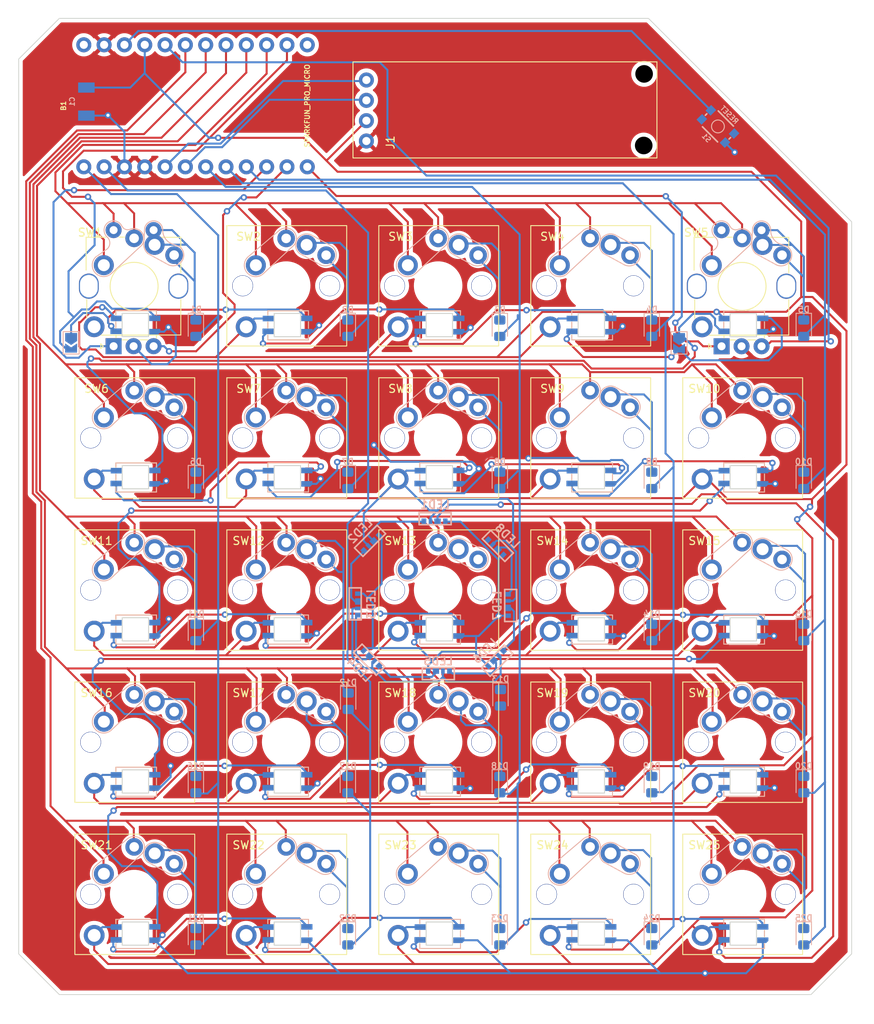
<source format=kicad_pcb>
(kicad_pcb (version 20211014) (generator pcbnew)
  (layers (0 "F.Cu" signal) (31 "B.Cu" signal) (34 "B.Paste" user) (35 "F.Paste" user) (36 "B.SilkS" user "B.Silkscreen") (37 "F.SilkS" user "F.Silkscreen") (38 "B.Mask" user) (39 "F.Mask" user) (44 "Edge.Cuts" user))
  (net 0 "")
  (footprint "Custom:xX_Super_Heckin_Valid_MX_CHOC_SK6812MINIE_ONESIDE_KEYSWITCH_UwU_Xx" (layer "F.Cu") (at 134.656615 71.066421)
    (fp_text reference "SW4")
    (fp_text value "HECKIN_LED_SWITCH" hide)
    (fp_rect (start -1.422 3.5798) (end 1.878 6.4798) (layer "Edge.Cuts") (width 0.12) (fill none))
  )
  (footprint "Custom:xX_Super_Heckin_Valid_MX_CHOC_SK6812MINIE_ONESIDE_KEYSWITCH_UwU_Xx" (layer "F.Cu") (at 115.656615 71.066421)
    (fp_text reference "SW3")
    (fp_text value "HECKIN_LED_SWITCH" hide)
    (fp_rect (start -1.422 3.5798) (end 1.878 6.4798) (layer "Edge.Cuts") (width 0.12) (fill none))
  )
  (footprint "Custom:xX_Super_Heckin_Valid_MX_CHOC_SK6812MINIE_ONESIDE_KEYSWITCH_UwU_Xx" (layer "F.Cu") (at 77.656615 128.066421)
    (fp_text reference "SW16")
    (fp_text value "HECKIN_LED_SWITCH" hide)
    (fp_rect (start -1.422 3.5798) (end 1.878 6.4798) (layer "Edge.Cuts") (width 0.12) (fill none))
  )
  (footprint "Custom:xX_Super_Heckin_Valid_MX_CHOC_SK6812MINIE_ONESIDE_KEYSWITCH_UwU_Xx" (layer "F.Cu") (at 96.656615 128.066421)
    (fp_text reference "SW17")
    (fp_text value "HECKIN_LED_SWITCH" hide)
    (fp_rect (start -1.422 3.5798) (end 1.878 6.4798) (layer "Edge.Cuts") (width 0.12) (fill none))
  )
  (footprint "Custom:xX_Super_Heckin_Valid_MX_CHOC_SK6812MINIE_ONESIDE_KEYSWITCH_UwU_Xx" (layer "F.Cu") (at 153.656615 109.066421)
    (fp_text reference "SW15")
    (fp_text value "HECKIN_LED_SWITCH" hide)
    (fp_rect (start -1.422 3.5798) (end 1.878 6.4798) (layer "Edge.Cuts") (width 0.12) (fill none))
  )
  (footprint "Custom:xX_Super_Heckin_Valid_MX_CHOC_SK6812MINIE_ONESIDE_KEYSWITCH_UwU_Xx" (layer "F.Cu") (at 96.656615 109.066421)
    (fp_text reference "SW12")
    (fp_text value "HECKIN_LED_SWITCH" hide)
    (fp_rect (start -1.422 3.5798) (end 1.878 6.4798) (layer "Edge.Cuts") (width 0.12) (fill none))
  )
  (footprint "Boards:SPARKFUN_PRO_MICRO" (layer "F.Cu") (at 84.133615 48.714419 90)
    (fp_text reference "B1")
    (fp_text value "SPARKFUN_PRO_MICRO")
  )
  (footprint "Custom:xX_Super_Heckin_Valid_MX_CHOC_SK6812MINIE_ONESIDE_KEYSWITCH_UwU_Xx" (layer "F.Cu") (at 77.656615 109.066421)
    (fp_text reference "SW11")
    (fp_text value "HECKIN_LED_SWITCH" hide)
    (fp_rect (start -1.422 3.5798) (end 1.878 6.4798) (layer "Edge.Cuts") (width 0.12) (fill none))
  )
  (footprint "Custom:xX_Super_Heckin_Valid_MX_CHOC_SK6812MINIE_ONESIDE_KEYSWITCH_UwU_Xx" (layer "F.Cu") (at 153.656615 128.066421)
    (fp_text reference "SW20")
    (fp_text value "HECKIN_LED_SWITCH" hide)
    (fp_rect (start -1.422 3.5798) (end 1.878 6.4798) (layer "Edge.Cuts") (width 0.12) (fill none))
  )
  (footprint "Custom:xX_Super_Heckin_Valid_MX_CHOC_SK6812MINIE_ONESIDE_KEYSWITCH_UwU_Xx" (layer "F.Cu") (at 153.656615 147.066421)
    (fp_text reference "SW25")
    (fp_text value "HECKIN_LED_SWITCH" hide)
    (fp_rect (start -1.422 3.5798) (end 1.878 6.4798) (layer "Edge.Cuts") (width 0.12) (fill none))
  )
  (footprint "Custom:xX_Super_Heckin_Valid_MX_CHOC_SK6812MINIE_ONESIDE_KEYSWITCH_UwU_Xx" (layer "F.Cu") (at 96.656615 90.066421)
    (fp_text reference "SW7")
    (fp_text value "HECKIN_LED_SWITCH" hide)
    (fp_rect (start -1.422 3.5798) (end 1.878 6.4798) (layer "Edge.Cuts") (width 0.12) (fill none))
  )
  (footprint "Custom:xX_Super_Heckin_Valid_MX_CHOC_SK6812MINIE_ONESIDE_KEYSWITCH_UwU_Xx" (layer "F.Cu") (at 115.656615 147.066421)
    (fp_text reference "SW23")
    (fp_text value "HECKIN_LED_SWITCH" hide)
    (fp_rect (start -1.422 3.5798) (end 1.878 6.4798) (layer "Edge.Cuts") (width 0.12) (fill none))
  )
  (footprint "Custom:xX_Super_Heckin_Valid_MX_CHOC_SK6812MINIE_ONESIDE_KEYSWITCH_UwU_Xx" (layer "F.Cu") (at 77.656615 147.066421)
    (fp_text reference "SW21")
    (fp_text value "HECKIN_LED_SWITCH" hide)
    (fp_rect (start -1.422 3.5798) (end 1.878 6.4798) (layer "Edge.Cuts") (width 0.12) (fill none))
  )
  (footprint "Custom:xX_Super_Heckin_Valid_MX_CHOC_SK6812MINIE_ONESIDE_KEYSWITCH_UwU_Xx" (layer "F.Cu") (at 134.656615 109.066421)
    (fp_text reference "SW14")
    (fp_text value "HECKIN_LED_SWITCH" hide)
    (fp_rect (start -1.422 3.5798) (end 1.878 6.4798) (layer "Edge.Cuts") (width 0.12) (fill none))
  )
  (footprint "Custom:xX_Super_Heckin_Valid_MX_CHOC_SK6812MINIE_ONESIDE_KEYSWITCH_UwU_Xx" (layer "F.Cu") (at 134.656615 90.066421)
    (fp_text reference "SW9")
    (fp_text value "HECKIN_LED_SWITCH" hide)
    (fp_rect (start -1.422 3.5798) (end 1.878 6.4798) (layer "Edge.Cuts") (width 0.12) (fill none))
  )
  (footprint "Custom:xX_Super_Heckin_Valid_Rotary_MX_Kailh_Hybrid_UwU_Xx" (layer "F.Cu") (at 77.722815 71.259621)
    (fp_text reference "SW1")
    (fp_text value "RotarySwitchLedHybrid" hide)
    (fp_rect (start -1.4982 3.3766) (end 1.8018 6.2766) (layer "Edge.Cuts") (width 0.12) (fill none))
  )
  (footprint "Custom:xX_Super_Heckin_Valid_Rotary_MX_Kailh_Hybrid_UwU_Xx" (layer "F.Cu") (at 153.732815 71.269621)
    (fp_text reference "SW5")
    (fp_text value "RotarySwitchLedHybrid" hide)
    (fp_rect (start -1.4982 3.3766) (end 1.8018 6.2766) (layer "Edge.Cuts") (width 0.12) (fill none))
  )
  (footprint "Custom:xX_Super_Heckin_Valid_MX_CHOC_SK6812MINIE_ONESIDE_KEYSWITCH_UwU_Xx" (layer "F.Cu") (at 115.656615 128.066421)
    (fp_text reference "SW18")
    (fp_text value "HECKIN_LED_SWITCH" hide)
    (fp_rect (start -1.422 3.5798) (end 1.878 6.4798) (layer "Edge.Cuts") (width 0.12) (fill none))
  )
  (footprint "Custom:xX_Super_Heckin_Valid_MX_CHOC_SK6812MINIE_ONESIDE_KEYSWITCH_UwU_Xx" (layer "F.Cu") (at 134.656615 128.066421)
    (fp_text reference "SW19")
    (fp_text value "HECKIN_LED_SWITCH" hide)
    (fp_rect (start -1.422 3.5798) (end 1.878 6.4798) (layer "Edge.Cuts") (width 0.12) (fill none))
  )
  (footprint "Custom:xX_Super_Heckin_Valid_MX_CHOC_SK6812MINIE_ONESIDE_KEYSWITCH_UwU_Xx" (layer "F.Cu") (at 115.656615 109.066421)
    (fp_text reference "SW13")
    (fp_text value "HECKIN_LED_SWITCH" hide)
    (fp_rect (start -1.422 3.5798) (end 1.878 6.4798) (layer "Edge.Cuts") (width 0.12) (fill none))
  )
  (footprint "Custom:xX_Super_Heckin_Valid_MX_CHOC_SK6812MINIE_ONESIDE_KEYSWITCH_UwU_Xx" (layer "F.Cu") (at 96.656615 71.066421)
    (fp_text reference "SW2")
    (fp_text value "HECKIN_LED_SWITCH" hide)
    (fp_rect (start -1.422 3.5798) (end 1.878 6.4798) (layer "Edge.Cuts") (width 0.12) (fill none))
  )
  (footprint "Custom:xX_Super_Heckin_Valid_MX_CHOC_SK6812MINIE_ONESIDE_KEYSWITCH_UwU_Xx" (layer "F.Cu") (at 134.656615 147.066421)
    (fp_text reference "SW24")
    (fp_text value "HECKIN_LED_SWITCH" hide)
    (fp_rect (start -1.422 3.5798) (end 1.878 6.4798) (layer "Edge.Cuts") (width 0.12) (fill none))
  )
  (footprint "Custom:TINY OLED I2C" (layer "F.Cu") (at 105.088615 49.222421 -90)
    (fp_text reference "J1")
    (fp_text value "I2C_STANDARD_NO_SILK" hide)
  )
  (footprint "Custom:xX_Super_Heckin_Valid_MX_CHOC_SK6812MINIE_ONESIDE_KEYSWITCH_UwU_Xx" (layer "F.Cu") (at 115.656615 90.066421)
    (fp_text reference "SW8")
    (fp_text value "HECKIN_LED_SWITCH" hide)
    (fp_rect (start -1.422 3.5798) (end 1.878 6.4798) (layer "Edge.Cuts") (width 0.12) (fill none))
  )
  (footprint "Custom:xX_Super_Heckin_Valid_MX_CHOC_SK6812MINIE_ONESIDE_KEYSWITCH_UwU_Xx" (layer "F.Cu") (at 96.656615 147.066421)
    (fp_text reference "SW22")
    (fp_text value "HECKIN_LED_SWITCH" hide)
    (fp_rect (start -1.422 3.5798) (end 1.878 6.4798) (layer "Edge.Cuts") (width 0.12) (fill none))
  )
  (footprint "Custom:xX_Super_Heckin_Valid_MX_CHOC_SK6812MINIE_ONESIDE_KEYSWITCH_UwU_Xx" (layer "F.Cu") (at 153.656615 90.066421)
    (fp_text reference "SW10")
    (fp_text value "HECKIN_LED_SWITCH" hide)
    (fp_rect (start -1.422 3.5798) (end 1.878 6.4798) (layer "Edge.Cuts") (width 0.12) (fill none))
  )
  (footprint "Custom:xX_Super_Heckin_Valid_MX_CHOC_SK6812MINIE_ONESIDE_KEYSWITCH_UwU_Xx" (layer "F.Cu") (at 77.656615 90.066421)
    (fp_text reference "SW6")
    (fp_text value "HECKIN_LED_SWITCH" hide)
    (fp_rect (start -1.422 3.5798) (end 1.878 6.4798) (layer "Edge.Cuts") (width 0.12) (fill none))
  )
  (footprint "Custom:D_0805_2012Metric_Pad1.15x1.40mm_HandSolder" (layer "B.Cu") (at 85.446615 76.488921 -90)
    (fp_text reference "D1")
    (fp_text value "DIODE-1N4148" hide)
  )
  (footprint "Keebio-Parts:WS2812B-4020" (layer "B.Cu") (at 123.196615 103.676421 135)
    (fp_text reference "LED8")
    (fp_text value "LED_SK6812" hide)
  )
  (footprint "Switches:TACTILE_SWITCH_SMD_4.6X2.8MM" (layer "B.Cu") (at 150.716615 51.286421 -45)
    (fp_text reference "S1")
    (fp_text value "RESET")
  )
  (footprint "Custom:D_0805_2012Metric_Pad1.15x1.40mm_HandSolder" (layer "B.Cu") (at 142.446615 95.488921 -90)
    (fp_text reference "D9")
    (fp_text value "DIODE-1N4148" hide)
  )
  (footprint "Custom:D_0805_2012Metric_Pad1.15x1.40mm_HandSolder" (layer "B.Cu") (at 142.446615 133.488921 -90)
    (fp_text reference "D19")
    (fp_text value "DIODE-1N4148" hide)
  )
  (footprint "Keebio-Parts:WS2812B-4020" (layer "B.Cu") (at 115.756615 119.626421)
    (fp_text reference "LED5")
    (fp_text value "LED_SK6812" hide)
  )
  (footprint "Custom:D_0805_2012Metric_Pad1.15x1.40mm_HandSolder" (layer "B.Cu") (at 142.446615 114.488921 -90)
    (fp_text reference "D14")
    (fp_text value "DIODE-1N4148" hide)
  )
  (footprint "Custom:D_0805_2012Metric_Pad1.15x1.40mm_HandSolder" (layer "B.Cu") (at 161.446615 114.488921 -90)
    (fp_text reference "D15")
    (fp_text value "DIODE-1N4148" hide)
  )
  (footprint "Keebio-Parts:WS2812B-4020" (layer "B.Cu") (at 105.366615 110.916421 -90)
    (fp_text reference "LED3")
    (fp_text value "LED_SK6812" hide)
  )
  (footprint "Custom:D_0805_2012Metric_Pad1.15x1.40mm_HandSolder" (layer "B.Cu") (at 123.446615 152.488921 -90)
    (fp_text reference "D23")
    (fp_text value "DIODE-1N4148" hide)
  )
  (footprint "Custom:D_0805_2012Metric_Pad1.15x1.40mm_HandSolder" (layer "B.Cu") (at 123.526615 122.648921 -90)
    (fp_text reference "D13")
    (fp_text value "DIODE-1N4148" hide)
  )
  (footprint "Custom:D_0805_2012Metric_Pad1.15x1.40mm_HandSolder" (layer "B.Cu") (at 85.446615 152.488921 -90)
    (fp_text reference "D21")
    (fp_text value "DIODE-1N4148" hide)
  )
  (footprint "Custom:D_0805_2012Metric_Pad1.15x1.40mm_HandSolder" (layer "B.Cu") (at 123.446615 76.488921 -90)
    (fp_text reference "D3")
    (fp_text value "DIODE-1N4148" hide)
  )
  (footprint "Custom:D_0805_2012Metric_Pad1.15x1.40mm_HandSolder" (layer "B.Cu") (at 104.486615 123.076421 -90)
    (fp_text reference "D12")
    (fp_text value "DIODE-1N4148" hide)
  )
  (footprint "Custom:D_0805_2012Metric_Pad1.15x1.40mm_HandSolder" (layer "B.Cu") (at 161.446615 133.488921 -90)
    (fp_text reference "D20")
    (fp_text value "DIODE-1N4148" hide)
  )
  (footprint "Custom:D_0805_2012Metric_Pad1.15x1.40mm_HandSolder" (layer "B.Cu") (at 123.446615 95.488921 -90)
    (fp_text reference "D8")
    (fp_text value "DIODE-1N4148" hide)
  )
  (footprint "Custom:D_0805_2012Metric_Pad1.15x1.40mm_HandSolder" (layer "B.Cu") (at 161.446615 95.488921 -90)
    (fp_text reference "D10")
    (fp_text value "DIODE-1N4148" hide)
  )
  (footprint "Custom:D_0805_2012Metric_Pad1.15x1.40mm_HandSolder" (layer "B.Cu") (at 142.446615 76.488921 -90)
    (fp_text reference "D4")
    (fp_text value "DIODE-1N4148" hide)
  )
  (footprint "Keebio-Parts:WS2812B-4020" (layer "B.Cu") (at 115.356615 100.276421 180)
    (fp_text reference "LED1")
    (fp_text value "LED_SK6812" hide)
  )
  (footprint "Custom:D_0805_2012Metric_Pad1.15x1.40mm_HandSolder" (layer "B.Cu") (at 85.446615 133.488921 -90)
    (fp_text reference "D16")
    (fp_text value "DIODE-1N4148" hide)
  )
  (footprint "Custom:D_0805_2012Metric_Pad1.15x1.40mm_HandSolder" (layer "B.Cu") (at 123.446615 133.488921 -90)
    (fp_text reference "D18")
    (fp_text value "DIODE-1N4148" hide)
  )
  (footprint "Keebio-Parts:WS2812B-4020" (layer "B.Cu") (at 123.126615 118.016421 45)
    (fp_text reference "LED6")
    (fp_text value "LED_SK6812" hide)
  )
  (footprint "Custom:D_0805_2012Metric_Pad1.15x1.40mm_HandSolder" (layer "B.Cu") (at 104.446615 76.488921 -90)
    (fp_text reference "D2")
    (fp_text value "DIODE-1N4148" hide)
  )
  (footprint "Custom:D_0805_2012Metric_Pad1.15x1.40mm_HandSolder" (layer "B.Cu") (at 142.446615 152.488921 -90)
    (fp_text reference "D24")
    (fp_text value "DIODE-1N4148" hide)
  )
  (footprint "Keebio-Parts:WS2812B-4020" (layer "B.Cu") (at 124.806615 111.116421 90)
    (fp_text reference "LED7")
    (fp_text value "LED_SK6812" hide)
  )
  (footprint "Custom:D_0805_2012Metric_Pad1.15x1.40mm_HandSolder" (layer "B.Cu") (at 85.446615 114.488921 -90)
    (fp_text reference "D11")
    (fp_text value "DIODE-1N4148" hide)
  )
  (footprint "Custom:D_0805_2012Metric_Pad1.15x1.40mm_HandSolder" (layer "B.Cu") (at 85.446615 95.488921 -90)
    (fp_text reference "D6")
    (fp_text value "DIODE-1N4148" hide)
  )
  (footprint "Custom:D_0805_2012Metric_Pad1.15x1.40mm_HandSolder" (layer "B.Cu") (at 104.446615 95.488921 -90)
    (fp_text reference "D7")
    (fp_text value "DIODE-1N4148" hide)
  )
  (footprint "Custom:D_0805_2012Metric_Pad1.15x1.40mm_HandSolder" (layer "B.Cu") (at 161.446615 152.488921 -90)
    (fp_text reference "D25")
    (fp_text value "DIODE-1N4148" hide)
  )
  (footprint "Capacitors:1210" (layer "B.Cu") (at 71.756615 48.186421 -90)
    (fp_text reference "C1")
    (fp_text value "C_Polarized_1000uf" hide)
  )
  (footprint "Keebio-Parts:WS2812B-4020" (layer "B.Cu") (at 107.219889 103.042817 -135)
    (fp_text reference "LED2")
    (fp_text value "LED_SK6812" hide)
  )
  (footprint "Keebio-Parts:WS2812B-4020" (layer "B.Cu") (at 107.106615 117.886421 -45)
    (fp_text reference "LED4")
    (fp_text value "LED_SK6812" hide)
  )
  (footprint "Custom:D_0805_2012Metric_Pad1.15x1.40mm_HandSolder" (layer "B.Cu") (at 104.446615 133.488921 -90)
    (fp_text reference "D17")
    (fp_text value "DIODE-1N4148" hide)
  )
  (footprint "Custom:D_0805_2012Metric_Pad1.15x1.40mm_HandSolder" (layer "B.Cu") (at 104.446615 152.488921 -90)
    (fp_text reference "D22")
    (fp_text value "DIODE-1N4148" hide)
  )
  (footprint "Custom:D_0805_2012Metric_Pad1.15x1.40mm_HandSolder" (layer "B.Cu") (at 161.446615 76.488921 -90)
    (fp_text reference "D5")
    (fp_text value "DIODE-1N4148" hide)
  )
  (gr_poly (pts (xy 68.37162 159.712421) (xy 162.351618 159.712422) (xy 167.431619 154.632421) (xy 167.431619 63.192419) (xy 142.031619 37.792423) (xy 68.37162 37.792421) (xy 63.291619 42.872419) (xy 63.291619 154.632421)) (layer "Edge.Cuts") (width 0.1) (fill none))
  (segment (start 149.946615 66.256421) (end 144.566615 60.876421) (width 0.25) (layer "F.Cu") (net 0))
  (segment (start 151.106615 60.876421) (end 153.734215 63.504021) (width 0.25) (layer "F.Cu") (net 0))
  (segment (start 142.599215 150.279221) (end 138.869215 154.009221) (width 0.25) (layer "F.Cu") (net 0))
  (segment (start 69.111615 138.001421) (end 67.276615 136.166421) (width 0.25) (layer "F.Cu") (net 0))
  (segment (start 66.117095 98.188336) (end 65.057584 97.128824) (width 0.25) (layer "F.Cu") (net 0))
  (segment (start 113.393284 154.409221) (end 123.023715 154.409221) (width 0.25) (layer "F.Cu") (net 0))
  (segment (start 111.896615 139.406421) (end 110.491615 138.001421) (width 0.25) (layer "F.Cu") (net 0))
  (segment (start 147.566215 151.151421) (end 147.481615 151.151421) (width 0.25) (layer "F.Cu") (net 0))
  (segment (start 100.566615 93.256421) (end 90.806615 93.256421) (width 0.25) (layer "F.Cu") (net 0))
  (segment (start 161.126615 72.586421) (end 161.126615 63.166421) (width 0.25) (layer "F.Cu") (net 0))
  (segment (start 160.626615 100.836421) (end 162.516615 102.726421) (width 0.25) (layer "F.Cu") (net 0))
  (segment (start 122.116615 92.736421) (end 120.816615 94.036421) (width 0.25) (layer "F.Cu") (net 0))
  (segment (start 110.734215 153.884021) (end 112.746615 155.896421) (width 0.25) (layer "F.Cu") (net 0))
  (segment (start 162.516615 146.716421) (end 162.516615 127.526421) (width 0.25) (layer "F.Cu") (net 0))
  (segment (start 112.046615 120.386421) (end 110.641615 118.981421) (width 0.25) (layer "F.Cu") (net 0))
  (segment (start 134.784215 103.279421) (end 134.784215 100.994021) (width 0.25) (layer "F.Cu") (net 0))
  (segment (start 73.377115 80.276921) (end 73.652095 80.551901) (width 0.25) (layer "F.Cu") (net 0))
  (segment (start 66.566615 98.002139) (end 65.507104 96.942627) (width 0.25) (layer "F.Cu") (net 0))
  (segment (start 91.721615 81.001421) (end 95.551615 81.001421) (width 0.25) (layer "F.Cu") (net 0))
  (segment (start 75.156615 136.736421) (end 75.606615 136.286421) (width 0.25) (layer "F.Cu") (net 0))
  (segment (start 150.046615 125.606421) (end 150.046615 121.446421) (width 0.25) (layer "F.Cu") (net 0))
  (segment (start 134.734215 84.269421) (end 134.734215 81.984021) (width 0.25) (layer "F.Cu") (net 0))
  (segment (start 67.886615 57.036421) (end 71.326615 53.596421) (width 0.25) (layer "F.Cu") (net 0))
  (segment (start 75.606615 136.286421) (end 149.306615 136.286421) (width 0.25) (layer "F.Cu") (net 0))
  (segment (start 89.213615 44.629421) (end 89.213615 41.094419) (width 0.25) (layer "F.Cu") (net 0))
  (segment (start 103.996615 74.146421) (end 99.746615 78.396421) (width 0.25) (layer "F.Cu") (net 0))
  (segment (start 162.476615 97.836421) (end 166.786615 93.526421) (width 0.25) (layer "F.Cu") (net 0))
  (segment (start 111.946615 82.406421) (end 110.541615 81.001421) (width 0.25) (layer "F.Cu") (net 0))
  (segment (start 101.066615 93.756421) (end 100.566615 93.256421) (width 0.25) (layer "F.Cu") (net 0))
  (segment (start 115.684215 141.269421) (end 115.684215 139.414021) (width 0.25) (layer "F.Cu") (net 0))
  (segment (start 76.866615 51.786421) (end 84.133615 44.519421) (width 0.25) (layer "F.Cu") (net 0))
  (segment (start 115.684215 139.414021) (end 114.271615 138.001421) (width 0.25) (layer "F.Cu") (net 0))
  (segment (start 150.666615 97.226421) (end 148.666615 97.226421) (width 0.25) (layer "F.Cu") (net 0))
  (segment (start 93.046615 120.206421) (end 91.821615 118.981421) (width 0.25) (layer "F.Cu") (net 0))
  (segment (start 151.796615 98.356421) (end 150.666615 97.226421) (width 0.25) (layer "F.Cu") (net 0))
  (segment (start 150.516215 100.011421) (end 153.784215 103.279421) (width 0.25) (layer "F.Cu") (net 0))
  (segment (start 72.336615 80.276921) (end 73.377115 80.276921) (width 0.25) (layer "F.Cu") (net 0))
  (segment (start 66.226615 57.425) (end 66.226615 57.424985) (width 0.25) (layer "F.Cu") (net 0))
  (segment (start 110.734215 114.319421) (end 107.706735 117.346901) (width 0.25) (layer "F.Cu") (net 0))
  (segment (start 110.734215 95.319421) (end 108.341726 97.71191) (width 0.25) (layer "F.Cu") (net 0))
  (segment (start 161.126615 63.166421) (end 154.906615 56.946421) (width 0.25) (layer "F.Cu") (net 0))
  (segment (start 149.896615 144.626421) (end 149.896615 140.466421) (width 0.25) (layer "F.Cu") (net 0))
  (segment (start 99.746615 78.396421) (end 93.836615 78.396421) (width 0.25) (layer "F.Cu") (net 0))
  (segment (start 92.896615 139.226421) (end 91.671615 138.001421) (width 0.25) (layer "F.Cu") (net 0))
  (segment (start 148.564094 150.068942) (end 159.164094 150.068942) (width 0.25) (layer "F.Cu") (net 0))
  (segment (start 96.684215 139.184021) (end 95.501615 138.001421) (width 0.25) (layer "F.Cu") (net 0))
  (segment (start 147.531615 100.011421) (end 150.516215 100.011421) (width 0.25) (layer "F.Cu") (net 0))
  (segment (start 147.431615 138.001421) (end 150.416215 138.001421) (width 0.25) (layer "F.Cu") (net 0))
  (segment (start 129.681615 100.011421) (end 133.801615 100.011421) (width 0.25) (layer "F.Cu") (net 0))
  (segment (start 99.776615 116.376421) (end 104.016615 112.136421) (width 0.25) (layer "F.Cu") (net 0))
  (segment (start 73.923218 117.346901) (end 145.706735 117.346901) (width 0.25) (layer "F.Cu") (net 0))
  (segment (start 70.589462 51.786421) (end 76.866615 51.786421) (width 0.25) (layer "F.Cu") (net 0))
  (segment (start 65.057584 78.804544) (end 64.236615 77.983574) (width 0.25) (layer "F.Cu") (net 0))
  (segment (start 68.836615 56.896421) (end 68.836615 58.966421) (width 0.25) (layer "F.Cu") (net 0))
  (segment (start 130.896615 144.626421) (end 130.896615 139.316421) (width 0.25) (layer "F.Cu") (net 0))
  (segment (start 133.856615 80.086421) (end 131.816615 78.046421) (width 0.25) (layer "F.Cu") (net 0))
  (segment (start 119.786615 77.506421) (end 118.846615 78.446421) (width 0.25) (layer "F.Cu") (net 0))
  (segment (start 145.097095 135.836901) (end 138.436615 135.836901) (width 0.25) (layer "F.Cu") (net 0))
  (segment (start 82.096615 79.366421) (end 85.476615 79.366421) (width 0.25) (layer "F.Cu") (net 0))
  (segment (start 129.734215 153.304021) (end 132.326615 155.896421) (width 0.25) (layer "F.Cu") (net 0))
  (segment (start 66.566615 116.286421) (end 66.566615 98.002139) (width 0.25) (layer "F.Cu") (net 0))
  (segment (start 74.472738 155.896421) (end 112.746615 155.896421) (width 0.25) (layer "F.Cu") (net 0))
  (segment (start 73.756615 60.876421) (end 76.446615 60.876421) (width 0.25) (layer "F.Cu") (net 0))
  (segment (start 85.476615 79.366421) (end 90.286615 74.556421) (width 0.25) (layer "F.Cu") (net 0))
  (segment (start 73.946615 87.626421) (end 73.946615 85.786421) (width 0.25) (layer "F.Cu") (net 0))
  (segment (start 119.796615 77.506421) (end 119.786615 77.506421) (width 0.25) (layer "F.Cu") (net 0))
  (segment (start 69.386615 60.876421) (end 73.756615 60.876421) (width 0.25) (layer "F.Cu") (net 0))
  (segment (start 133.701615 138.001421) (end 147.431615 138.001421) (width 0.25) (layer "F.Cu") (net 0))
  (segment (start 148.734215 133.319421) (end 146.216735 135.836901) (width 0.25) (layer "F.Cu") (net 0))
  (segment (start 132.409215 134.989221) (end 132.089215 134.669221) (width 0.25) (layer "F.Cu") (net 0))
  (segment (start 133.801615 100.011421) (end 147.531615 100.011421) (width 0.25) (layer "F.Cu") (net 0))
  (segment (start 113.450684 116.416421) (end 123.081115 116.416421) (width 0.25) (layer "F.Cu") (net 0))
  (segment (start 77.784215 103.279421) (end 77.784215 100.974021) (width 0.25) (layer "F.Cu") (net 0))
  (segment (start 64.686135 58.329776) (end 65.777095 57.238816) (width 0.25) (layer "F.Cu") (net 0))
  (segment (start 149.996615 106.636421) (end 149.996615 102.476421) (width 0.25) (layer "F.Cu") (net 0))
  (segment (start 142.736615 155.896421) (end 147.481615 151.151421) (width 0.25) (layer "F.Cu") (net 0))
  (segment (start 70.76374 52.247861) (end 78.955175 52.247861) (width 0.25) (layer "F.Cu") (net 0))
  (segment (start 77.834215 122.249421) (end 77.834215 119.944021) (width 0.25) (layer "F.Cu") (net 0))
  (segment (start 96.684215 141.269421) (end 96.684215 139.184021) (width 0.25) (layer "F.Cu") (net 0))
  (segment (start 159.276615 74.436421) (end 161.126615 72.586421) (width 0.25) (layer "F.Cu") (net 0))
  (segment (start 76.771615 81.001421) (end 69.161615 81.001421) (width 0.25) (layer "F.Cu") (net 0))
  (segment (start 115.834215 122.249421) (end 115.834215 120.394021) (width 0.25) (layer "F.Cu") (net 0))
  (segment (start 91.734215 152.319421) (end 91.734215 153.614021) (width 0.25) (layer "F.Cu") (net 0))
  (segment (start 66.226615 57.424985) (end 67.320897 56.330703) (width 0.25) (layer "F.Cu") (net 0))
  (segment (start 145.097095 135.836901) (end 145.097095 134.245941) (width 0.25) (layer "F.Cu") (net 0))
  (segment (start 87.951255 80.102381) (end 91.734215 76.319421) (width 0.25) (layer "F.Cu") (net 0))
  (segment (start 89.086615 112.256421) (end 84.366615 112.256421) (width 0.25) (layer "F.Cu") (net 0))
  (segment (start 64.686135 77.797377) (end 64.686135 58.329776) (width 0.25) (layer "F.Cu") (net 0))
  (segment (start 71.416615 54.316421) (end 85.546615 54.316421) (width 0.25) (layer "F.Cu") (net 0))
  (segment (start 78.417095 98.816901) (end 77.386615 97.786421) (width 0.25) (layer "F.Cu") (net 0))
  (segment (start 160.626615 100.836421) (end 160.626615 100.356421) (width 0.25) (layer "F.Cu") (net 0))
  (segment (start 108.429215 150.129221) (end 103.959215 150.129221) (width 0.25) (layer "F.Cu") (net 0))
  (segment (start 77.684215 141.269421) (end 77.684215 138.964021) (width 0.25) (layer "F.Cu") (net 0))
  (segment (start 132.326615 155.896421) (end 142.736615 155.896421) (width 0.25) (layer "F.Cu") (net 0))
  (segment (start 123.641115 98.436421) (end 123.556615 98.520921) (width 0.25) (layer "F.Cu") (net 0))
  (segment (start 129.734215 114.319421) (end 126.706735 117.346901) (width 0.25) (layer "F.Cu") (net 0))
  (segment (start 96.784215 103.279421) (end 96.784215 101.194021) (width 0.25) (layer "F.Cu") (net 0))
  (segment (start 70.566615 53.716421) (end 71.136135 53.146901) (width 0.25) (layer "F.Cu") (net 0))
  (segment (start 90.286615 73.536421) (end 88.846615 72.096421) (width 0.25) (layer "F.Cu") (net 0))
  (segment (start 90.256615 60.876421) (end 94.456615 60.876421) (width 0.25) (layer "F.Cu") (net 0))
  (segment (start 111.996615 106.636421) (end 111.996615 101.416421) (width 0.25) (layer "F.Cu") (net 0))
  (segment (start 70.949937 52.697381) (end 81.145655 52.697381) (width 0.25) (layer "F.Cu") (net 0))
  (segment (start 147.866615 60.941621) (end 147.866615 60.876421) (width 0.25) (layer "F.Cu") (net 0))
  (segment (start 134.684215 141.269421) (end 134.684215 138.984021) (width 0.25) (layer "F.Cu") (net 0))
  (segment (start 91.821615 118.981421) (end 95.651615 118.981421) (width 0.25) (layer "F.Cu") (net 0))
  (segment (start 72.734215 114.319421) (end 72.734215 116.157898) (width 0.25) (layer "F.Cu") (net 0))
  (segment (start 141.596615 93.106421) (end 157.316615 93.106421) (width 0.25) (layer "F.Cu") (net 0))
  (segment (start 92.996615 106.636421) (end 92.996615 101.236421) (width 0.25) (layer "F.Cu") (net 0))
  (segment (start 92.946615 82.226421) (end 91.721615 81.001421) (width 0.25) (layer "F.Cu") (net 0))
  (segment (start 73.936615 68.616421) (end 73.936615 65.426421) (width 0.25) (layer "F.Cu") (net 0))
  (segment (start 134.912813 81.526901) (end 146.320417 81.526901) (width 0.25) (layer "F.Cu") (net 0))
  (segment (start 138.879215 134.909221) (end 138.799215 134.989221) (width 0.25) (layer "F.Cu") (net 0))
  (segment (start 166.786615 76.836421) (end 162.536615 72.586421) (width 0.25) (layer "F.Cu") (net 0))
  (segment (start 149.996615 102.476421) (end 147.531615 100.011421) (width 0.25) (layer "F.Cu") (net 0))
  (segment (start 132.409215 134.989221) (end 138.799215 134.989221) (width 0.25) (layer "F.Cu") (net 0))
  (segment (start 84.319215 131.149221) (end 80.229215 135.239221) (width 0.25) (layer "F.Cu") (net 0))
  (segment (start 142.656615 112.286421) (end 138.266615 116.676421) (width 0.25) (layer "F.Cu") (net 0))
  (segment (start 129.734215 95.319421) (end 127.341726 97.71191) (width 0.25) (layer "F.Cu") (net 0))
  (segment (start 138.266615 116.676421) (end 133.036615 116.676421) (width 0.25) (layer "F.Cu") (net 0))
  (segment (start 157.316615 93.106421) (end 157.526615 93.316421) (width 0.25) (layer "F.Cu") (net 0))
  (segment (start 149.896615 140.466421) (end 147.431615 138.001421) (width 0.25) (layer "F.Cu") (net 0))
  (segment (start 146.216735 135.836901) (end 145.097095 135.836901) (width 0.25) (layer "F.Cu") (net 0))
  (segment (start 165.126615 152.426421) (end 165.126615 102.976421) (width 0.25) (layer "F.Cu") (net 0))
  (segment (start 162.516615 109.866421) (end 162.516615 102.726421) (width 0.25) (layer "F.Cu") (net 0))
  (segment (start 77.724215 65.259421) (end 77.724215 62.154021) (width 0.25) (layer "F.Cu") (net 0))
  (segment (start 67.276615 136.166421) (end 67.276615 117.632139) (width 0.25) (layer "F.Cu") (net 0))
  (segment (start 84.133615 44.519421) (end 84.133615 41.094419) (width 0.25) (layer "F.Cu") (net 0))
  (segment (start 90.296135 98.816901) (end 78.417095 98.816901) (width 0.25) (layer "F.Cu") (net 0))
  (segment (start 73.878353 80.102381) (end 125.951255 80.102381) (width 0.25) (layer "F.Cu") (net 0))
  (segment (start 91.734215 95.319421) (end 91.734215 97.378821) (width 0.25) (layer "F.Cu") (net 0))
  (segment (start 90.286615 74.556421) (end 90.286615 73.536421) (width 0.25) (layer "F.Cu") (net 0))
  (segment (start 109.596615 60.876421) (end 113.976615 60.876421) (width 0.25) (layer "F.Cu") (net 0))
  (segment (start 110.734215 76.319421) (end 106.951255 80.102381) (width 0.25) (layer "F.Cu") (net 0))
  (segment (start 114.321615 81.001421) (end 129.631615 81.001421) (width 0.25) (layer "F.Cu") (net 0))
  (segment (start 94.359215 154.369221) (end 94.109215 154.119221) (width 0.25) (layer "F.Cu") (net 0))
  (segment (start 159.164094 150.068942) (end 162.516615 146.716421) (width 0.25) (layer "F.Cu") (net 0))
  (segment (start 148.266615 131.076421) (end 158.966615 131.076421) (width 0.25) (layer "F.Cu") (net 0))
  (segment (start 65.135655 58.51596) (end 66.226615 57.425) (width 0.25) (layer "F.Cu") (net 0))
  (segment (start 113.976615 60.876421) (end 129.126615 60.876421) (width 0.25) (layer "F.Cu") (net 0))
  (segment (start 112.746615 155.896421) (end 132.326615 155.896421) (width 0.25) (layer "F.Cu") (net 0))
  (segment (start 114.706615 135.758741) (end 138.358455 135.758741) (width 0.25) (layer "F.Cu") (net 0))
  (segment (start 145.386615 75.806421) (end 145.386615 76.816421) (width 0.25) (layer "F.Cu") (net 0))
  (segment (start 147.481615 81.001421) (end 150.466215 81.001421) (width 0.25) (layer "F.Cu") (net 0))
  (segment (start 71.136135 53.146901) (end 83.166135 53.146901) (width 0.25) (layer "F.Cu") (net 0))
  (segment (start 68.836615 58.966421) (end 69.946615 60.076421) (width 0.25) (layer "F.Cu") (net 0))
  (segment (start 127.026615 92.736421) (end 122.116615 92.736421) (width 0.25) (layer "F.Cu") (net 0))
  (segment (start 72.922393 79.146421) (end 73.878353 80.102381) (width 0.25) (layer "F.Cu") (net 0))
  (segment (start 147.581615 118.981421) (end 150.566215 118.981421) (width 0.25) (layer "F.Cu") (net 0))
  (segment (start 94.416615 116.376421) (end 94.166615 116.126421) (width 0.25) (layer "F.Cu") (net 0))
  (segment (start 153.734215 63.504021) (end 153.734215 65.269421) (width 0.25) (layer "F.Cu") (net 0))
  (segment (start 126.781115 74.236421) (end 123.066615 74.236421) (width 0.25) (layer "F.Cu") (net 0))
  (segment (start 75.419215 135.239221) (end 75.129215 134.949221) (width 0.25) (layer "F.Cu") (net 0))
  (segment (start 110.734215 133.319421) (end 108.216735 135.836901) (width 0.25) (layer "F.Cu") (net 0))
  (segment (start 130.946615 87.626421) (end 130.946615 82.316421) (width 0.25) (layer "F.Cu") (net 0))
  (segment (start 118.779136 93.068942) (end 119.636615 93.926421) (width 0.25) (layer "F.Cu") (net 0))
  (segment (start 68.886615 56.846421) (end 68.836615 56.896421) (width 0.25) (layer "F.Cu") (net 0))
  (segment (start 73.896615 142.786421) (end 69.111615 138.001421) (width 0.25) (layer "F.Cu") (net 0))
  (segment (start 131.046615 120.296421) (end 129.731615 118.981421) (width 0.25) (layer "F.Cu") (net 0))
  (segment (start 77.784215 100.974021) (end 76.821615 100.011421) (width 0.25) (layer "F.Cu") (net 0))
  (segment (start 75.159615 62.179421) (end 73.856615 60.876421) (width 0.25) (layer "F.Cu") (net 0))
  (segment (start 118.846615 78.446421) (end 112.926615 78.446421) (width 0.25) (layer "F.Cu") (net 0))
  (segment (start 150.416215 138.001421) (end 153.684215 141.269421) (width 0.25) (layer "F.Cu") (net 0))
  (segment (start 74.046615 125.606421) (end 74.046615 123.766421) (width 0.25) (layer "F.Cu") (net 0))
  (segment (start 99.373615 56.334419) (end 103.015617 59.976421) (width 0.25) (layer "F.Cu") (net 0))
  (segment (start 126.723715 150.709221) (end 123.023715 154.409221) (width 0.25) (layer "F.Cu") (net 0))
  (segment (start 103.156615 56.946421) (end 154.906615 56.946421) (width 0.25) (layer "F.Cu") (net 0))
  (segment (start 73.413218 135.836901) (end 114.628455 135.836901) (width 0.25) (layer "F.Cu") (net 0))
  (segment (start 126.733715 131.609221) (end 123.033715 135.309221) (width 0.25) (layer "F.Cu") (net 0))
  (segment (start 99.729215 135.269221) (end 103.969215 131.029221) (width 0.25) (layer "F.Cu") (net 0))
  (segment (start 129.734215 76.319421) (end 125.951255 80.102381) (width 0.25) (layer "F.Cu") (net 0))
  (segment (start 151.912333 97.836421) (end 162.476615 97.836421) (width 0.25) (layer "F.Cu") (net 0))
  (segment (start 148.252001 78.131807) (end 148.864815 78.744621) (width 0.25) (layer "F.Cu") (net 0))
  (segment (start 115.734215 65.269421) (end 115.734215 62.634021) (width 0.25) (layer "F.Cu") (net 0))
  (segment (start 115.734215 62.634021) (end 113.976615 60.876421) (width 0.25) (layer "F.Cu") (net 0))
  (segment (start 103.116615 93.206421) (end 103.254094 93.068942) (width 0.25) (layer "F.Cu") (net 0))
  (segment (start 150.886615 154.386421) (end 151.626615 155.126421) (width 0.25) (layer "F.Cu") (net 0))
  (segment (start 129.631615 81.001421) (end 133.751615 81.001421) (width 0.25) (layer "F.Cu") (net 0))
  (segment (start 65.585175 58.702144) (end 70.566615 53.720704) (width 0.25) (layer "F.Cu") (net 0))
  (segment (start 94.293615 44.689421) (end 94.293615 41.094419) (width 0.25) (layer "F.Cu") (net 0))
  (segment (start 64.236615 58.139268) (end 70.589462 51.786421) (width 0.25) (layer "F.Cu") (net 0))
  (segment (start 85.386615 53.596421) (end 94.293615 44.689421) (width 0.25) (layer "F.Cu") (net 0))
  (segment (start 98.916615 52.706421) (end 88.236615 52.706421) (width 0.25) (layer "F.Cu") (net 0))
  (segment (start 73.996615 106.636421) (end 73.996615 104.796421) (width 0.25) (layer "F.Cu") (net 0))
  (segment (start 92.896615 144.626421) (end 92.896615 139.226421) (width 0.25) (layer "F.Cu") (net 0))
  (segment (start 95.501615 138.001421) (end 129.581615 138.001421) (width 0.25) (layer "F.Cu") (net 0))
  (segment (start 113.450684 116.416421) (end 112.746615 115.712352) (width 0.25) (layer "F.Cu") (net 0))
  (segment (start 77.834215 119.944021) (end 76.871615 118.981421) (width 0.25) (layer "F.Cu") (net 0))
  (segment (start 73.766615 117.796421) (end 73.566615 117.996421) (width 0.25) (layer "F.Cu") (net 0))
  (segment (start 91.671615 138.001421) (end 95.501615 138.001421) (width 0.25) (layer "F.Cu") (net 0))
  (segment (start 162.236615 98.786421) (end 162.476615 98.546421) (width 0.25) (layer "F.Cu") (net 0))
  (segment (start 74.496615 75.176421) (end 74.496615 75.848523) (width 0.25) (layer "F.Cu") (net 0))
  (segment (start 96.784215 101.194021) (end 95.601615 100.011421) (width 0.25) (layer "F.Cu") (net 0))
  (segment (start 94.293615 56.334419) (end 91.381613 59.246421) (width 0.25) (layer "F.Cu") (net 0))
  (segment (start 96.734215 63.154021) (end 94.456615 60.876421) (width 0.25) (layer "F.Cu") (net 0))
  (segment (start 84.366615 112.256421) (end 80.276615 116.346421) (width 0.25) (layer "F.Cu") (net 0))
  (segment (start 138.869215 154.009221) (end 138.789215 154.089221) (width 0.25) (layer "F.Cu") (net 0))
  (segment (start 138.436615 135.836901) (end 138.358455 135.758741) (width 0.25) (layer "F.Cu") (net 0))
  (segment (start 94.416615 116.376421) (end 99.776615 116.376421) (width 0.25) (layer "F.Cu") (net 0))
  (segment (start 69.211615 100.011421) (end 65.956624 96.75643) (width 0.25) (layer "F.Cu") (net 0))
  (segment (start 65.956624 78.432148) (end 65.135655 77.611179) (width 0.25) (layer "F.Cu") (net 0))
  (segment (start 67.276615 117.632139) (end 66.117095 116.472618) (width 0.25) (layer "F.Cu") (net 0))
  (segment (start 67.320897 56.330703) (end 67.320897 56.326421) (width 0.25) (layer "F.Cu") (net 0))
  (segment (start 146.702001 78.131807) (end 148.252001 78.131807) (width 0.25) (layer "F.Cu") (net 0))
  (segment (start 75.496615 74.176421) (end 74.496615 75.176421) (width 0.25) (layer "F.Cu") (net 0))
  (segment (start 162.476615 98.546421) (end 162.476615 97.836421) (width 0.25) (layer "F.Cu") (net 0))
  (segment (start 72.734215 96.724021) (end 72.734215 95.319421) (width 0.25) (layer "F.Cu") (net 0))
  (segment (start 76.721615 138.001421) (end 91.671615 138.001421) (width 0.25) (layer "F.Cu") (net 0))
  (segment (start 160.086615 112.296421) (end 162.516615 109.866421) (width 0.25) (layer "F.Cu") (net 0))
  (segment (start 70.856615 75.736421) (end 70.856615 78.776421) (width 0.25) (layer "F.Cu") (net 0))
  (segment (start 91.381613 59.246421) (end 70.216615 59.246421) (width 0.25) (layer "F.Cu") (net 0))
  (segment (start 71.226615 79.146421) (end 72.922393 79.146421) (width 0.25) (layer "F.Cu") (net 0))
  (segment (start 76.721615 138.001421) (end 69.111615 138.001421) (width 0.25) (layer "F.Cu") (net 0))
  (segment (start 130.896615 139.316421) (end 129.581615 138.001421) (width 0.25) (layer "F.Cu") (net 0))
  (segment (start 70.856615 78.776421) (end 71.226615 79.146421) (width 0.25) (layer "F.Cu") (net 0))
  (segment (start 89.176615 74.176421) (end 75.496615 74.176421) (width 0.25) (layer "F.Cu") (net 0))
  (segment (start 83.166135 53.146901) (end 91.753615 44.559421) (width 0.25) (layer "F.Cu") (net 0))
  (segment (start 76.821615 100.011421) (end 69.211615 100.011421) (width 0.25) (layer "F.Cu") (net 0))
  (segment (start 147.481615 151.151421) (end 148.564094 150.068942) (width 0.25) (layer "F.Cu") (net 0))
  (segment (start 91.734215 153.614021) (end 93.986615 155.866421) (width 0.25) (layer "F.Cu") (net 0))
  (segment (start 149.395333 95.319421) (end 151.912333 97.836421) (width 0.25) (layer "F.Cu") (net 0))
  (segment (start 76.871615 118.981421) (end 91.821615 118.981421) (width 0.25) (layer "F.Cu") (net 0))
  (segment (start 92.996615 101.236421) (end 91.771615 100.011421) (width 0.25) (layer "F.Cu") (net 0))
  (segment (start 75.159615 64.234621) (end 75.159615 62.179421) (width 0.25) (layer "F.Cu") (net 0))
  (segment (start 96.734215 65.269421) (end 96.734215 63.154021) (width 0.25) (layer "F.Cu") (net 0))
  (segment (start 166.786615 93.526421) (end 166.786615 76.836421) (width 0.25) (layer "F.Cu") (net 0))
  (segment (start 156.758415 78.744621) (end 157.376615 78.126421) (width 0.25) (layer "F.Cu") (net 0))
  (segment (start 98.916615 52.706421) (end 103.156615 56.946421) (width 0.25) (layer "F.Cu") (net 0))
  (segment (start 65.777095 57.234506) (end 70.76374 52.247861) (width 0.25) (layer "F.Cu") (net 0))
  (segment (start 91.753615 44.559421) (end 91.753615 41.094419) (width 0.25) (layer "F.Cu") (net 0))
  (segment (start 150.757215 112.296421) (end 160.086615 112.296421) (width 0.25) (layer "F.Cu") (net 0))
  (segment (start 123.066615 74.236421) (end 119.796615 77.506421) (width 0.25) (layer "F.Cu") (net 0))
  (segment (start 71.416615 54.316421) (end 68.886615 56.846421) (width 0.25) (layer "F.Cu") (net 0))
  (segment (start 94.456615 60.876421) (end 109.596615 60.876421) (width 0.25) (layer "F.Cu") (net 0))
  (segment (start 65.135655 77.611179) (end 65.135655 58.51596) (width 0.25) (layer "F.Cu") (net 0))
  (segment (start 73.796615 97.786421) (end 72.734215 96.724021) (width 0.25) (layer "F.Cu") (net 0))
  (segment (start 90.296135 98.816901) (end 91.734215 97.378821) (width 0.25) (layer "F.Cu") (net 0))
  (segment (start 114.421615 118.981421) (end 129.731615 118.981421) (width 0.25) (layer "F.Cu") (net 0))
  (segment (start 77.386615 97.786421) (end 73.796615 97.786421) (width 0.25) (layer "F.Cu") (net 0))
  (segment (start 113.393284 154.409221) (end 112.689215 153.705152) (width 0.25) (layer "F.Cu") (net 0))
  (segment (start 87.276615 96.786421) (end 87.276615 97.986421) (width 0.25) (layer "F.Cu") (net 0))
  (segment (start 148.734215 95.319421) (end 146.341726 97.71191) (width 0.25) (layer "F.Cu") (net 0))
  (segment (start 146.506615 81.976421) (end 147.481615 81.001421) (width 0.25) (layer "F.Cu") (net 0))
  (segment (start 146.320417 81.526901) (end 147.816615 80.030703) (width 0.25) (layer "F.Cu") (net 0))
  (segment (start 147.106615 117.796421) (end 73.766615 117.796421) (width 0.25) (layer "F.Cu") (net 0))
  (segment (start 130.946615 68.626421) (end 130.946615 62.696421) (width 0.25) (layer "F.Cu") (net 0))
  (segment (start 132.399215 154.089221) (end 138.789215 154.089221) (width 0.25) (layer "F.Cu") (net 0))
  (segment (start 134.834215 119.964021) (end 133.851615 118.981421) (width 0.25) (layer "F.Cu") (net 0))
  (segment (start 77.684215 138.964021) (end 76.721615 138.001421) (width 0.25) (layer "F.Cu") (net 0))
  (segment (start 96.834215 122.249421) (end 96.834215 120.164021) (width 0.25) (layer "F.Cu") (net 0))
  (segment (start 77.724215 62.154021) (end 76.446615 60.876421) (width 0.25) (layer "F.Cu") (net 0))
  (segment (start 72.864308 73.871921) (end 70.999808 75.736421) (width 0.25) (layer "F.Cu") (net 0))
  (segment (start 158.966615 131.076421) (end 162.516615 127.526421) (width 0.25) (layer "F.Cu") (net 0))
  (segment (start 111.946615 63.226421) (end 109.596615 60.876421) (width 0.25) (layer "F.Cu") (net 0))
  (segment (start 91.734215 133.319421) (end 89.216735 135.836901) (width 0.25) (layer "F.Cu") (net 0))
  (segment (start 130.996615 101.326421) (end 129.681615 100.011421) (width 0.25) (layer "F.Cu") (net 0))
  (segment (start 72.734215 154.157898) (end 74.472738 155.896421) (width 0.25) (layer "F.Cu") (net 0))
  (segment (start 147.456615 98.436421) (end 123.641115 98.436421) (width 0.25) (layer "F.Cu") (net 0))
  (segment (start 150.556615 74.436421) (end 159.276615 74.436421) (width 0.25) (layer "F.Cu") (net 0))
  (segment (start 149.946615 83.466421) (end 147.481615 81.001421) (width 0.25) (layer "F.Cu") (net 0))
  (segment (start 130.996615 106.636421) (end 130.996615 101.326421) (width 0.25) (layer "F.Cu") (net 0))
  (segment (start 111.946615 87.626421) (end 111.946615 82.406421) (width 0.25) (layer "F.Cu") (net 0))
  (segment (start 92.946615 68.626421) (end 92.946615 63.566421) (width 0.25) (layer "F.Cu") (net 0))
  (segment (start 75.409215 154.339221) (end 75.119215 154.049221) (width 0.25) (layer "F.Cu") (net 0))
  (segment (start 144.891115 80.086421) (end 133.856615 80.086421) (width 0.25) (layer "F.Cu") (net 0))
  (segment (start 103.015617 59.976421) (end 144.166615 59.976421) (width 0.25) (layer "F.Cu") (net 0))
  (segment (start 110.734215 152.319421) (end 110.734215 153.884021) (width 0.25) (layer "F.Cu") (net 0))
  (segment (start 134.734215 65.269421) (end 134.734215 62.644021) (width 0.25) (layer "F.Cu") (net 0))
  (segment (start 91.734215 114.798821) (end 89.216615 117.316421) (width 0.25) (layer "F.Cu") (net 0))
  (segment (start 77.734215 81.964021) (end 76.771615 81.001421) (width 0.25) (layer "F.Cu") (net 0))
  (segment (start 91.771615 100.011421) (end 95.601615 100.011421) (width 0.25) (layer "F.Cu") (net 0))
  (segment (start 71.326615 53.596421) (end 85.386615 53.596421) (width 0.25) (layer "F.Cu") (net 0))
  (segment (start 130.946615 62.696421) (end 129.126615 60.876421) (width 0.25) (layer "F.Cu") (net 0))
  (segment (start 65.507104 78.618346) (end 64.686135 77.797377) (width 0.25) (layer "F.Cu") (net 0))
  (segment (start 165.126615 102.976421) (end 160.506615 98.356421) (width 0.25) (layer "F.Cu") (net 0))
  (segment (start 162.536615 72.586421) (end 161.126615 72.586421) (width 0.25) (layer "F.Cu") (net 0))
  (segment (start 90.806615 93.256421) (end 87.276615 96.786421) (width 0.25) (layer "F.Cu") (net 0))
  (segment (start 114.706615 135.758741) (end 114.628455 135.836901) (width 0.25) (layer "F.Cu") (net 0))
  (segment (start 129.734215 133.319421) (end 127.294895 135.758741) (width 0.25) (layer "F.Cu") (net 0))
  (segment (start 108.439215 131.029221) (end 103.969215 131.029221) (width 0.25) (layer "F.Cu") (net 0))
  (segment (start 129.126615 60.876421) (end 132.966615 60.876421) (width 0.25) (layer "F.Cu") (net 0))
  (segment (start 76.821615 100.011421) (end 91.771615 100.011421) (width 0.25) (layer "F.Cu") (net 0))
  (segment (start 67.886615 59.376421) (end 67.886615 57.036421) (width 0.25) (layer "F.Cu") (net 0))
  (segment (start 72.734215 116.157898) (end 73.923218 117.346901) (width 0.25) (layer "F.Cu") (net 0))
  (segment (start 78.955175 52.247861) (end 86.673615 44.529421) (width 0.25) (layer "F.Cu") (net 0))
  (segment (start 111.946615 68.626421) (end 111.946615 63.226421) (width 0.25) (layer "F.Cu") (net 0))
  (segment (start 148.734215 114.319421) (end 150.757215 112.296421) (width 0.25) (layer "F.Cu") (net 0))
  (segment (start 69.161615 81.001421) (end 65.585175 77.424981) (width 0.25) (layer "F.Cu") (net 0))
  (segment (start 111.896615 144.626421) (end 111.896615 139.406421) (width 0.25) (layer "F.Cu") (net 0))
  (segment (start 115.834215 120.394021) (end 114.421615 118.981421) (width 0.25) (layer "F.Cu") (net 0))
  (segment (start 74.496615 75.848523) (end 74.866615 76.218523) (width 0.25) (layer "F.Cu") (net 0))
  (segment (start 89.029215 150.249221) (end 84.309215 150.249221) (width 0.25) (layer "F.Cu") (net 0))
  (segment (start 147.816615 80.030703) (end 147.816615 78.976421) (width 0.25) (layer "F.Cu") (net 0))
  (segment (start 92.946615 87.626421) (end 92.946615 82.226421) (width 0.25) (layer "F.Cu") (net 0))
  (segment (start 67.320897 56.326421) (end 70.949937 52.697381) (width 0.25) (layer "F.Cu") (net 0))
  (segment (start 150.566215 118.981421) (end 153.834215 122.249421) (width 0.25) (layer "F.Cu") (net 0))
  (segment (start 73.996615 104.796421) (end 69.211615 100.011421) (width 0.25) (layer "F.Cu") (net 0))
  (segment (start 131.046615 125.606421) (end 131.046615 120.296421) (width 0.25) (layer "F.Cu") (net 0))
  (segment (start 64.236615 77.983574) (end 64.236615 58.139268) (width 0.25) (layer "F.Cu") (net 0))
  (segment (start 94.369215 135.269221) (end 94.119215 135.019221) (width 0.25) (layer "F.Cu") (net 0))
  (segment (start 134.834215 122.249421) (end 134.834215 119.964021) (width 0.25) (layer "F.Cu") (net 0))
  (segment (start 146.346615 112.286421) (end 142.656615 112.286421) (width 0.25) (layer "F.Cu") (net 0))
  (segment (start 96.734215 84.269421) (end 96.734215 82.184021) (width 0.25) (layer "F.Cu") (net 0))
  (segment (start 129.581615 138.001421) (end 133.701615 138.001421) (width 0.25) (layer "F.Cu") (net 0))
  (segment (start 80.229215 135.239221) (end 75.419215 135.239221) (width 0.25) (layer "F.Cu") (net 0))
  (segment (start 91.436615 60.151921) (end 93.016113 60.151921) (width 0.25) (layer "F.Cu") (net 0))
  (segment (start 92.946615 63.566421) (end 90.256615 60.876421) (width 0.25) (layer "F.Cu") (net 0))
  (segment (start 84.309215 150.249221) (end 80.219215 154.339221) (width 0.25) (layer "F.Cu") (net 0))
  (segment (start 72.734215 152.319421) (end 72.734215 154.157898) (width 0.25) (layer "F.Cu") (net 0))
  (segment (start 144.166615 59.976421) (end 144.196615 60.006421) (width 0.25) (layer "F.Cu") (net 0))
  (segment (start 81.145655 52.697381) (end 89.213615 44.629421) (width 0.25) (layer "F.Cu") (net 0))
  (segment (start 96.734215 82.184021) (end 95.551615 81.001421) (width 0.25) (layer "F.Cu") (net 0))
  (segment (start 133.851615 118.981421) (end 147.581615 118.981421) (width 0.25) (layer "F.Cu") (net 0))
  (segment (start 76.446615 60.876421) (end 90.256615 60.876421) (width 0.25) (layer "F.Cu") (net 0))
  (segment (start 106.765015 50.568621) (end 101.772215 55.561421) (width 0.25) (layer "F.Cu") (net 0))
  (segment (start 108.486615 112.136421) (end 104.016615 112.136421) (width 0.25) (layer "F.Cu") (net 0))
  (segment (start 160.506615 98.356421) (end 151.796615 98.356421) (width 0.25) (layer "F.Cu") (net 0))
  (segment (start 115.784215 101.424021) (end 114.371615 100.011421) (width 0.25) (layer "F.Cu") (net 0))
  (segment (start 77.734215 84.269421) (end 77.734215 81.964021) (width 0.25) (layer "F.Cu") (net 0))
  (segment (start 148.734215 152.319421) (end 147.566215 151.151421) (width 0.25) (layer "F.Cu") (net 0))
  (segment (start 148.864815 78.744621) (end 151.169615 78.744621) (width 0.25) (layer "F.Cu") (net 0))
  (segment (start 95.551615 81.001421) (end 114.321615 81.001421) (width 0.25) (layer "F.Cu") (net 0))
  (segment (start 96.834215 120.164021) (end 95.651615 118.981421) (width 0.25) (layer "F.Cu") (net 0))
  (segment (start 95.601615 100.011421) (end 129.681615 100.011421) (width 0.25) (layer "F.Cu") (net 0))
  (segment (start 65.057584 97.128824) (end 65.057584 78.804544) (width 0.25) (layer "F.Cu") (net 0))
  (segment (start 95.651615 118.981421) (end 114.421615 118.981421) (width 0.25) (layer "F.Cu") (net 0))
  (segment (start 113.403284 135.309221) (end 123.033715 135.309221) (width 0.25) (layer "F.Cu") (net 0))
  (segment (start 94.369215 135.269221) (end 99.729215 135.269221) (width 0.25) (layer "F.Cu") (net 0))
  (segment (start 146.299215 131.179221) (end 142.609215 131.179221) (width 0.25) (layer "F.Cu") (net 0))
  (segment (start 103.254094 93.068942) (end 118.779136 93.068942) (width 0.25) (layer "F.Cu") (net 0))
  (segment (start 151.169615 64.244621) (end 147.866615 60.941621) (width 0.25) (layer "F.Cu") (net 0))
  (segment (start 150.543914 74.449122) (end 150.556615 74.436421) (width 0.25) (layer "F.Cu") (net 0))
  (segment (start 111.996615 101.416421) (end 110.591615 100.011421) (width 0.25) (layer "F.Cu") (net 0))
  (segment (start 149.946615 68.626421) (end 149.946615 66.256421) (width 0.25) (layer "F.Cu") (net 0))
  (segment (start 73.652095 80.551901) (end 133.937813 80.551901) (width 0.25) (layer "F.Cu") (net 0))
  (segment (start 128.763914 74.449122) (end 123.110655 80.102381) (width 0.25) (layer "F.Cu") (net 0))
  (segment (start 149.306615 136.286421) (end 150.896615 134.696421) (width 0.25) (layer "F.Cu") (net 0))
  (segment (start 149.946615 87.626421) (end 149.946615 83.466421) (width 0.25) (layer "F.Cu") (net 0))
  (segment (start 142.609215 131.179221) (end 138.879215 134.909221) (width 0.25) (layer "F.Cu") (net 0))
  (segment (start 69.386615 60.876421) (end 73.936615 65.426421) (width 0.25) (layer "F.Cu") (net 0))
  (segment (start 89.039215 131.149221) (end 84.319215 131.149221) (width 0.25) (layer "F.Cu") (net 0))
  (segment (start 73.743037 73.871921) (end 72.864308 73.871921) (width 0.25) (layer "F.Cu") (net 0))
  (segment (start 157.376615 78.126421) (end 164.821115 78.126421) (width 0.25) (layer "F.Cu") (net 0))
  (segment (start 76.771615 81.001421) (end 91.721615 81.001421) (width 0.25) (layer "F.Cu") (net 0))
  (segment (start 113.403284 135.309221) (end 112.699215 134.605152) (width 0.25) (layer "F.Cu") (net 0))
  (segment (start 85.546615 54.316421) (end 96.833615 43.029421) (width 0.25) (layer "F.Cu") (net 0))
  (segment (start 134.784215 100.994021) (end 133.801615 100.011421) (width 0.25) (layer "F.Cu") (net 0))
  (segment (start 70.999808 75.736421) (end 70.856615 75.736421) (width 0.25) (layer "F.Cu") (net 0))
  (segment (start 145.097095 134.245941) (end 148.266615 131.076421) (width 0.25) (layer "F.Cu") (net 0))
  (segment (start 76.871615 118.981421) (end 69.261615 118.981421) (width 0.25) (layer "F.Cu") (net 0))
  (segment (start 66.117095 116.472618) (end 66.117095 98.188336) (width 0.25) (layer "F.Cu") (net 0))
  (segment (start 80.219215 154.339221) (end 75.409215 154.339221) (width 0.25) (layer "F.Cu") (net 0))
  (segment (start 134.734215 62.644021) (end 132.966615 60.876421) (width 0.25) (layer "F.Cu") (net 0))
  (segment (start 150.046615 121.446421) (end 147.581615 118.981421) (width 0.25) (layer "F.Cu") (net 0))
  (segment (start 86.673615 44.529421) (end 86.673615 41.094419) (width 0.25) (layer "F.Cu") (net 0))
  (segment (start 131.816615 78.046421) (end 131.816615 77.836421) (width 0.25) (layer "F.Cu") (net 0))
  (segment (start 145.706735 117.346901) (end 148.734215 114.319421) (width 0.25) (layer "F.Cu") (net 0))
  (segment (start 99.719215 154.369221) (end 103.959215 150.129221) (width 0.25) (layer "F.Cu") (net 0))
  (segment (start 132.966615 60.876421) (end 151.106615 60.876421) (width 0.25) (layer "F.Cu") (net 0))
  (segment (start 69.261615 118.981421) (end 66.566615 116.286421) (width 0.25) (layer "F.Cu") (net 0))
  (segment (start 146.289215 150.279221) (end 142.599215 150.279221) (width 0.25) (layer "F.Cu") (net 0))
  (segment (start 148.486615 99.266421) (end 149.686615 98.066421) (width 0.25) (layer "F.Cu") (net 0))
  (segment (start 145.386615 76.816421) (end 146.702001 78.131807) (width 0.25) (layer "F.Cu") (net 0))
  (segment (start 133.751615 81.001421) (end 134.734215 81.984021) (width 0.25) (layer "F.Cu") (net 0))
  (segment (start 75.466615 116.346421) (end 75.176615 116.056421) (width 0.25) (layer "F.Cu") (net 0))
  (segment (start 88.846615 72.096421) (end 88.846615 62.366421) (width 0.25) (layer "F.Cu") (net 0))
  (segment (start 74.046615 123.766421) (end 69.261615 118.981421) (width 0.25) (layer "F.Cu") (net 0))
  (segment (start 70.566615 53.720704) (end 70.566615 53.716421) (width 0.25) (layer "F.Cu") (net 0))
  (segment (start 132.399215 154.089221) (end 132.079215 153.769221) (width 0.25) (layer "F.Cu") (net 0))
  (segment (start 126.781115 112.716421) (end 123.081115 116.416421) (width 0.25) (layer "F.Cu") (net 0))
  (segment (start 73.896615 144.626421) (end 73.896615 142.786421) (width 0.25) (layer "F.Cu") (net 0))
  (segment (start 77.376615 99.266421) (end 148.486615 99.266421) (width 0.25) (layer "F.Cu") (net 0))
  (segment (start 72.734215 135.157898) (end 72.734215 133.319421) (width 0.25) (layer "F.Cu") (net 0))
  (segment (start 73.946615 85.786421) (end 69.161615 81.001421) (width 0.25) (layer "F.Cu") (net 0))
  (segment (start 133.036615 116.676421) (end 132.136615 115.776421) (width 0.25) (layer "F.Cu") (net 0))
  (segment (start 162.516615 127.526421) (end 162.516615 109.866421) (width 0.25) (layer "F.Cu") (net 0))
  (segment (start 69.946615 60.076421) (end 71.956615 60.076421) (width 0.25) (layer "F.Cu") (net 0))
  (segment (start 115.734215 82.414021) (end 114.321615 81.001421) (width 0.25) (layer "F.Cu") (net 0))
  (segment (start 80.276615 116.346421) (end 75.466615 116.346421) (width 0.25) (layer "F.Cu") (net 0))
  (segment (start 122.406615 93.476421) (end 138.256615 93.476421) (width 0.25) (layer "F.Cu") (net 0))
  (segment (start 130.946615 82.316421) (end 129.631615 81.001421) (width 0.25) (layer "F.Cu") (net 0))
  (segment (start 151.626615 155.126421) (end 162.426615 155.126421) (width 0.25) (layer "F.Cu") (net 0))
  (segment (start 91.401126 97.71191) (end 146.341726 97.71191) (width 0.25) (layer "F.Cu") (net 0))
  (segment (start 88.846615 62.366421) (end 89.336615 61.876421) (width 0.25) (layer "F.Cu") (net 0))
  (segment (start 134.726615 81.976421) (end 146.506615 81.976421) (width 0.25) (layer "F.Cu") (net 0))
  (segment (start 150.543914 74.449122) (end 128.763914 74.449122) (width 0.25) (layer "F.Cu") (net 0))
  (segment (start 94.359215 154.369221) (end 99.719215 154.369221) (width 0.25) (layer "F.Cu") (net 0))
  (segment (start 96.833615 41.094419) (end 96.833615 43.029421) (width 0.25) (layer "F.Cu") (net 0))
  (segment (start 93.016113 60.151921) (end 96.833615 56.334419) (width 0.25) (layer "F.Cu") (net 0))
  (segment (start 65.507104 96.942627) (end 65.507104 78.618346) (width 0.25) (layer "F.Cu") (net 0))
  (segment (start 108.386615 74.146421) (end 103.996615 74.146421) (width 0.25) (layer "F.Cu") (net 0))
  (segment (start 134.684215 138.984021) (end 133.701615 138.001421) (width 0.25) (layer "F.Cu") (net 0))
  (segment (start 65.777095 57.238816) (end 65.777095 57.234506) (width 0.25) (layer "F.Cu") (net 0))
  (segment (start 148.666615 97.226421) (end 147.456615 98.436421) (width 0.25) (layer "F.Cu") (net 0))
  (segment (start 65.956624 96.75643) (end 65.956624 78.432148) (width 0.25) (layer "F.Cu") (net 0))
  (segment (start 93.046615 125.606421) (end 93.046615 120.206421) (width 0.25) (layer "F.Cu") (net 0))
  (segment (start 150.466215 81.001421) (end 153.734215 84.269421) (width 0.25) (layer "F.Cu") (net 0))
  (segment (start 69.386615 60.876421) (end 67.886615 59.376421) (width 0.25) (layer "F.Cu") (net 0))
  (segment (start 115.784215 103.279421) (end 115.784215 101.424021) (width 0.25) (layer "F.Cu") (net 0))
  (segment (start 65.585175 77.424981) (end 65.585175 58.702144) (width 0.25) (layer "F.Cu") (net 0))
  (segment (start 133.937813 80.551901) (end 134.912813 81.526901) (width 0.25) (layer "F.Cu") (net 0))
  (segment (start 112.046615 125.606421) (end 112.046615 120.386421) (width 0.25) (layer "F.Cu") (net 0))
  (segment (start 162.426615 155.126421) (end 165.126615 152.426421) (width 0.25) (layer "F.Cu") (net 0))
  (segment (start 73.413218 135.836901) (end 72.734215 135.157898) (width 0.25) (layer "F.Cu") (net 0))
  (segment (start 138.256615 93.476421) (end 138.726615 93.946421) (width 0.25) (layer "F.Cu") (net 0))
  (segment (start 115.734215 84.269421) (end 115.734215 82.414021) (width 0.25) (layer "F.Cu") (net 0))
  (segment (start 129.731615 118.981421) (end 133.851615 118.981421) (width 0.25) (layer "F.Cu") (net 0))
  (via (at 75.156615 136.736421) (size 0.8) (drill 0.4) (layers "F.Cu" "B.Cu") (net 0))
  (via (at 77.376615 99.266421) (size 0.8) (drill 0.4) (layers "F.Cu" "B.Cu") (net 0))
  (via (at 146.299215 131.179221) (size 0.8) (drill 0.4) (layers "F.Cu" "B.Cu") (net 0))
  (via (at 89.086615 112.256421) (size 0.8) (drill 0.4) (layers "F.Cu" "B.Cu") (net 0))
  (via (at 87.276615 97.986421) (size 0.8) (drill 0.4) (layers "F.Cu" "B.Cu") (net 0))
  (via (at 132.089215 134.669221) (size 0.8) (drill 0.4) (layers "F.Cu" "B.Cu") (net 0))
  (via (at 119.776615 76.416421) (size 0.8) (drill 0.4) (layers "F.Cu" "B.Cu") (net 0))
  (via (at 94.166615 116.126421) (size 0.8) (drill 0.4) (layers "F.Cu" "B.Cu") (net 0))
  (via (at 164.821115 78.126421) (size 0.8) (drill 0.4) (layers "F.Cu" "B.Cu") (net 0))
  (via (at 94.109215 154.119221) (size 0.8) (drill 0.4) (layers "F.Cu" "B.Cu") (net 0))
  (via (at 123.556615 98.520921) (size 0.8) (drill 0.4) (layers "F.Cu" "B.Cu") (net 0))
  (via (at 162.236615 98.786421) (size 0.8) (drill 0.4) (layers "F.Cu" "B.Cu") (net 0))
  (via (at 138.726615 133.886421) (size 0.8) (drill 0.4) (layers "F.Cu" "B.Cu") (net 0))
  (via (at 112.926615 78.446421) (size 0.8) (drill 0.4) (layers "F.Cu" "B.Cu") (net 0))
  (via (at 108.386615 74.146421) (size 0.8) (drill 0.4) (layers "F.Cu" "B.Cu") (net 0))
  (via (at 100.637016 133.336822) (size 0.8) (drill 0.4) (layers "F.Cu" "B.Cu") (net 0))
  (via (at 138.896615 114.926421) (size 0.8) (drill 0.4) (layers "F.Cu" "B.Cu") (net 0))
  (via (at 74.456615 49.896421) (size 0.8) (drill 0.4) (layers "F.Cu" "B.Cu") (net 0))
  (via (at 94.119215 135.019221) (size 0.8) (drill 0.4) (layers "F.Cu" "B.Cu") (net 0))
  (via (at 157.876615 95.906421) (size 0.8) (drill 0.4) (layers "F.Cu" "B.Cu") (net 0))
  (via (at 75.176615 116.056421) (size 0.8) (drill 0.4) (layers "F.Cu" "B.Cu") (net 0))
  (via (at 101.066615 93.756421) (size 0.8) (drill 0.4) (layers "F.Cu" "B.Cu") (net 0))
  (via (at 126.733715 131.609221) (size 0.8) (drill 0.4) (layers "F.Cu" "B.Cu") (net 0))
  (via (at 126.781115 112.716421) (size 0.8) (drill 0.4) (layers "F.Cu" "B.Cu") (net 0))
  (via (at 145.386615 75.806421) (size 0.8) (drill 0.4) (layers "F.Cu" "B.Cu") (net 0))
  (via (at 82.056615 112.796421) (size 0.8) (drill 0.4) (layers "F.Cu" "B.Cu") (net 0))
  (via (at 89.039215 131.149221) (size 0.8) (drill 0.4) (layers "F.Cu" "B.Cu") (net 0))
  (via (at 101.026615 95.286421) (size 0.8) (drill 0.4) (layers "F.Cu" "B.Cu") (net 0))
  (via (at 93.836615 78.396421) (size 0.8) (drill 0.4) (layers "F.Cu" "B.Cu") (net 0))
  (via (at 149.686615 98.066421) (size 0.8) (drill 0.4) (layers "F.Cu" "B.Cu") (net 0))
  (via (at 100.836615 76.126421) (size 0.8) (drill 0.4) (layers "F.Cu" "B.Cu") (net 0))
  (via (at 112.689215 153.705152) (size 0.8) (drill 0.4) (layers "F.Cu" "B.Cu") (net 0))
  (via (at 73.743037 73.871921) (size 0.8) (drill 0.4) (layers "F.Cu" "B.Cu") (net 0))
  (via (at 73.566615 117.996421) (size 0.8) (drill 0.4) (layers "F.Cu" "B.Cu") (net 0))
  (via (at 103.116615 93.206421) (size 0.8) (drill 0.4) (layers "F.Cu" "B.Cu") (net 0))
  (via (at 74.866615 76.218523) (size 0.8) (drill 0.4) (layers "F.Cu" "B.Cu") (net 0))
  (via (at 89.029215 150.249221) (size 0.8) (drill 0.4) (layers "F.Cu" "B.Cu") (net 0))
  (via (at 89.176615 74.176421) (size 0.8) (drill 0.4) (layers "F.Cu" "B.Cu") (net 0))
  (via (at 138.796615 76.246421) (size 0.8) (drill 0.4) (layers "F.Cu" "B.Cu") (net 0))
  (via (at 82.016615 76.366421) (size 0.8) (drill 0.4) (layers "F.Cu" "B.Cu") (net 0))
  (via (at 89.336615 61.876421) (size 0.8) (drill 0.4) (layers "F.Cu" "B.Cu") (net 0))
  (via (at 132.136615 115.776421) (size 0.8) (drill 0.4) (layers "F.Cu" "B.Cu") (net 0))
  (via (at 120.816615 94.036421) (size 0.8) (drill 0.4) (layers "F.Cu" "B.Cu") (net 0))
  (via (at 71.956615 60.076421) (size 0.8) (drill 0.4) (layers "F.Cu" "B.Cu") (net 0))
  (via (at 88.236615 52.706421) (size 0.8) (drill 0.4) (layers "F.Cu" "B.Cu") (net 0))
  (via (at 112.746615 115.712352) (size 0.8) (drill 0.4) (layers "F.Cu" "B.Cu") (net 0))
  (via (at 160.626615 100.356421) (size 0.8) (drill 0.4) (layers "F.Cu" "B.Cu") (net 0))
  (via (at 144.196615 60.006421) (size 0.8) (drill 0.4) (layers "F.Cu" "B.Cu") (net 0))
  (via (at 70.216615 59.246421) (size 0.8) (drill 0.4) (layers "F.Cu" "B.Cu") (net 0))
  (via (at 72.336615 80.276921) (size 0.8) (drill 0.4) (layers "F.Cu" "B.Cu") (net 0))
  (via (at 131.816615 77.836421) (size 0.8) (drill 0.4) (layers "F.Cu" "B.Cu") (net 0))
  (via (at 126.781115 74.236421) (size 0.8) (drill 0.4) (layers "F.Cu" "B.Cu") (net 0))
  (via (at 123.286615 112.446421) (size 0.8) (drill 0.4) (layers "F.Cu" "B.Cu") (net 0))
  (via (at 132.079215 153.769221) (size 0.8) (drill 0.4) (layers "F.Cu" "B.Cu") (net 0))
  (via (at 119.636615 93.926421) (size 0.8) (drill 0.4) (layers "F.Cu" "B.Cu") (net 0))
  (via (at 91.436615 60.151921) (size 0.8) (drill 0.4) (layers "F.Cu" "B.Cu") (net 0))
  (via (at 122.406615 93.476421) (size 0.8) (drill 0.4) (layers "F.Cu" "B.Cu") (net 0))
  (via (at 147.816615 78.976421) (size 0.8) (drill 0.4) (layers "F.Cu" "B.Cu") (net 0))
  (via (at 108.439215 131.029221) (size 0.8) (drill 0.4) (layers "F.Cu" "B.Cu") (net 0))
  (via (at 157.526615 93.316421) (size 0.8) (drill 0.4) (layers "F.Cu" "B.Cu") (net 0))
  (via (at 157.786615 133.896421) (size 0.8) (drill 0.4) (layers "F.Cu" "B.Cu") (net 0))
  (via (at 82.286615 131.146421) (size 0.8) (drill 0.4) (layers "F.Cu" "B.Cu") (net 0))
  (via (at 146.346615 112.286421) (size 0.8) (drill 0.4) (layers "F.Cu" "B.Cu") (net 0))
  (via (at 141.596615 93.106421) (size 0.8) (drill 0.4) (layers "F.Cu" "B.Cu") (net 0))
  (via (at 119.736615 133.956421) (size 0.8) (drill 0.4) (layers "F.Cu" "B.Cu") (net 0))
  (via (at 127.026615 92.736421) (size 0.8) (drill 0.4) (layers "F.Cu" "B.Cu") (net 0))
  (via (at 138.726615 93.946421) (size 0.8) (drill 0.4) (layers "F.Cu" "B.Cu") (net 0))
  (via (at 146.289215 150.279221) (size 0.8) (drill 0.4) (layers "F.Cu" "B.Cu") (net 0))
  (via (at 149.106615 157.046421) (size 0.8) (drill 0.4) (layers "F.Cu" "B.Cu") (net 0))
  (via (at 150.543914 74.449122) (size 0.8) (drill 0.4) (layers "F.Cu" "B.Cu") (net 0))
  (via (at 75.119215 154.049221) (size 0.8) (drill 0.4) (layers "F.Cu" "B.Cu") (net 0))
  (via (at 75.129215 134.949221) (size 0.8) (drill 0.4) (layers "F.Cu" "B.Cu") (net 0))
  (via (at 82.096615 79.366421) (size 0.8) (drill 0.4) (layers "F.Cu" "B.Cu") (net 0))
  (via (at 147.106615 117.796421) (size 0.8) (drill 0.4) (layers "F.Cu" "B.Cu") (net 0))
  (via (at 81.726615 95.556421) (size 0.8) (drill 0.4) (layers "F.Cu" "B.Cu") (net 0))
  (via (at 144.891115 80.086421) (size 0.8) (drill 0.4) (layers "F.Cu" "B.Cu") (net 0))
  (via (at 107.706615 91.076421) (size 0.8) (drill 0.4) (layers "F.Cu" "B.Cu") (net 0))
  (via (at 157.726615 114.926421) (size 0.8) (drill 0.4) (layers "F.Cu" "B.Cu") (net 0))
  (via (at 108.429215 150.129221) (size 0.8) (drill 0.4) (layers "F.Cu" "B.Cu") (net 0))
  (via (at 150.896615 134.696421) (size 0.8) (drill 0.4) (layers "F.Cu" "B.Cu") (net 0))
  (via (at 157.644316 76.59872) (size 0.8) (drill 0.4) (layers "F.Cu" "B.Cu") (net 0))
  (via (at 150.886615 154.386421) (size 0.8) (drill 0.4) (layers "F.Cu" "B.Cu") (net 0))
  (via (at 126.723715 150.709221) (size 0.8) (drill 0.4) (layers "F.Cu" "B.Cu") (net 0))
  (via (at 152.806615 54.506421) (size 0.8) (drill 0.4) (layers "F.Cu" "B.Cu") (net 0))
  (via (at 112.699215 134.605152) (size 0.8) (drill 0.4) (layers "F.Cu" "B.Cu") (net 0))
  (via (at 100.544316 114.584122) (size 0.8) (drill 0.4) (layers "F.Cu" "B.Cu") (net 0))
  (via (at 81.267016 152.266822) (size 0.8) (drill 0.4) (layers "F.Cu" "B.Cu") (net 0))
  (via (at 108.486615 112.136421) (size 0.8) (drill 0.4) (layers "F.Cu" "B.Cu") (net 0))
  (segment (start 69.848815 79.034221) (end 69.184415 79.034221) (width 0.25) (layer "B.Cu") (net 0))
  (segment (start 151.470615 114.881421) (end 148.555615 117.796421) (width 0.25) (layer "B.Cu") (net 0))
  (segment (start 102.866615 103.046421) (end 103.887593 104.067399) (width 0.25) (layer "B.Cu") (net 0))
  (segment (start 80.603817 152.930021) (end 81.267016 152.266822) (width 0.25) (layer "B.Cu") (net 0))
  (segment (start 123.341615 112.391421) (end 123.286615 112.446421) (width 0.25) (layer "B.Cu") (net 0))
  (segment (start 82.936615 77.236421) (end 82.066615 76.366421) (width 0.25) (layer "B.Cu") (net 0))
  (segment (start 74.866615 76.277421) (end 75.460615 76.871421) (width 0.25) (layer "B.Cu") (net 0))
  (segment (start 154.226615 157.046421) (end 156.324015 154.949021) (width 0.25) (layer "B.Cu") (net 0))
  (segment (start 157.723015 114.930021) (end 157.726615 114.926421) (width 0.25) (layer "B.Cu") (net 0))
  (segment (start 137.276615 131.746621) (end 136.491736 130.961742) (width 0.25) (layer "B.Cu") (net 0))
  (segment (start 146.196615 62.006421) (end 146.196615 75.026421) (width 0.25) (layer "B.Cu") (net 0))
  (segment (start 137.276615 132.146421) (end 137.276615 131.746621) (width 0.25) (layer "B.Cu") (net 0))
  (segment (start 164.096615 64.806421) (end 157.227095 57.936901) (width 0.25) (layer "B.Cu") (net 0))
  (segment (start 125.676615 94.356421) (end 125.676615 94.326421) (width 0.25) (layer "B.Cu") (net 0))
  (segment (start 104.356615 127.496421) (end 104.356615 132.511021) (width 0.25) (layer "B.Cu") (net 0))
  (segment (start 99.976615 103.843521) (end 100.773715 103.046421) (width 0.25) (layer "B.Cu") (net 0))
  (segment (start 106.436615 103.072715) (end 106.436615 99.617021) (width 0.25) (layer "B.Cu") (net 0))
  (segment (start 105.741615 110.616421) (end 105.356615 110.616421) (width 0.25) (layer "B.Cu") (net 0))
  (segment (start 81.464815 78.734621) (end 82.096615 79.366421) (width 0.25) (layer "B.Cu") (net 0))
  (segment (start 119.946615 93.166421) (end 109.796615 93.166421) (width 0.25) (layer "B.Cu") (net 0))
  (segment (start 118.324015 76.930021) (end 119.263015 76.930021) (width 0.25) (layer "B.Cu") (net 0))
  (segment (start 94.498015 132.279021) (end 92.774615 132.279021) (width 0.25) (layer "B.Cu") (net 0))
  (segment (start 123.416615 66.906421) (end 123.416615 75.513921) (width 0.25) (layer "B.Cu") (net 0))
  (segment (start 117.116615 97.796421) (end 124.426615 97.796421) (width 0.25) (layer "B.Cu") (net 0))
  (segment (start 82.554215 124.481921) (end 85.426615 127.354321) (width 0.25) (layer "B.Cu") (net 0))
  (segment (start 123.143582 104.153718) (end 123.426425 103.870875) (width 0.25) (layer "B.Cu") (net 0))
  (segment (start 85.516615 104.738921) (end 85.516615 113.346421) (width 0.25) (layer "B.Cu") (net 0))
  (segment (start 79.046615 124.676421) (end 80.876615 126.506421) (width 0.25) (layer "B.Cu") (net 0))
  (segment (start 139.484215 143.351921) (end 142.356615 146.224321) (width 0.25) (layer "B.Cu") (net 0))
  (segment (start 103.887593 106.927399) (end 103.887593 121.452399) (width 0.25) (layer "B.Cu") (net 0))
  (segment (start 113.498015 113.279021) (end 111.774615 113.279021) (width 0.25) (layer "B.Cu") (net 0))
  (segment (start 111.774615 94.279021) (end 110.734215 95.319421) (width 0.25) (layer "B.Cu") (net 0))
  (segment (start 80.886615 112.691021) (end 80.886615 108.236421) (width 0.25) (layer "B.Cu") (net 0))
  (segment (start 142.456615 66.826421) (end 142.456615 75.433921) (width 0.25) (layer "B.Cu") (net 0))
  (segment (start 150.358726 75.288532) (end 150.358726 76.108532) (width 0.25) (layer "B.Cu") (net 0))
  (segment (start 137.224094 93.068942) (end 133.533193 93.068942) (width 0.25) (layer "B.Cu") (net 0))
  (segment (start 124.426615 97.796421) (end 125.106615 98.476421) (width 0.25) (layer "B.Cu") (net 0))
  (segment (start 103.292193 106.927399) (end 103.887593 106.927399) (width 0.25) (layer "B.Cu") (net 0))
  (segment (start 161.446615 70.081821) (end 161.446615 70.316421) (width 0.25) (layer "B.Cu") (net 0))
  (segment (start 158.734215 86.369421) (end 161.606615 89.241821) (width 0.25) (layer "B.Cu") (net 0))
  (segment (start 108.386615 102.406421) (end 108.669458 102.689264) (width 0.25) (layer "B.Cu") (net 0))
  (segment (start 146.366615 112.266421) (end 155.806615 112.266421) (width 0.25) (layer "B.Cu") (net 0))
  (segment (start 94.109215 154.119221) (end 94.109215 153.178221) (width 0.25) (layer "B.Cu") (net 0))
  (segment (start 160.526615 122.728921) (end 161.526615 123.728921) (width 0.25) (layer "B.Cu") (net 0))
  (segment (start 122.426615 119.606421) (end 117.511615 119.606421) (width 0.25) (layer "B.Cu") (net 0))
  (segment (start 72.786615 66.116421) (end 69.526615 69.376421) (width 0.25) (layer "B.Cu") (net 0))
  (segment (start 107.236615 120.662125) (end 107.236615 137.066421) (width 0.25) (layer "B.Cu") (net 0))
  (segment (start 108.669458 108.413578) (end 106.916615 110.166421) (width 0.25) (layer "B.Cu") (net 0))
  (segment (start 151.498015 132.279021) (end 149.774615 132.279021) (width 0.25) (layer "B.Cu") (net 0))
  (segment (start 117.309215 131.029221) (end 108.439215 131.029221) (width 0.25) (layer "B.Cu") (net 0))
  (segment (start 109.786946 120.036421) (end 108.36173 118.611205) (width 0.25) (layer "B.Cu") (net 0))
  (segment (start 85.296615 67.056421) (end 85.296615 75.663921) (width 0.25) (layer "B.Cu") (net 0))
  (segment (start 157.146615 103.668921) (end 160.606615 103.668921) (width 0.25) (layer "B.Cu") (net 0))
  (segment (start 80.976615 122.798921) (end 84.436615 122.798921) (width 0.25) (layer "B.Cu") (net 0))
  (segment (start 85.586615 77.596421) (end 88.236615 74.946421) (width 0.25) (layer "B.Cu") (net 0))
  (segment (start 71.956615 60.076421) (end 72.786615 60.906421) (width 0.25) (layer "B.Cu") (net 0))
  (segment (start 127.166515 150.266421) (end 126.723715 150.709221) (width 0.25) (layer "B.Cu") (net 0))
  (segment (start 101.734215 105.369421) (end 103.292193 106.927399) (width 0.25) (layer "B.Cu") (net 0))
  (segment (start 127.428594 112.068942) (end 126.781115 112.716421) (width 0.25) (layer "B.Cu") (net 0))
  (segment (start 149.774615 94.279021) (end 148.734215 95.319421) (width 0.25) (layer "B.Cu") (net 0))
  (segment (start 99.927865 126.077671) (end 102.965365 126.077671) (width 0.25) (layer "B.Cu") (net 0))
  (segment (start 130.774615 151.279021) (end 129.717215 152.336421) (width 0.25) (layer "B.Cu") (net 0))
  (segment (start 103.446615 84.861021) (end 104.446615 85.861021) (width 0.25) (layer "B.Cu") (net 0))
  (segment (start 144.166615 75.786421) (end 144.166615 92.118921) (width 0.25) (layer "B.Cu") (net 0))
  (segment (start 125.676615 133.636421) (end 125.676615 133.396421) (width 0.25) (layer "B.Cu") (net 0))
  (segment (start 119.166615 84.821021) (end 122.626615 84.821021) (width 0.25) (layer "B.Cu") (net 0))
  (segment (start 104.586615 77.516421) (end 106.976615 75.126421) (width 0.25) (layer "B.Cu") (net 0))
  (segment (start 123.616615 89.376421) (end 123.626615 89.366421) (width 0.25) (layer "B.Cu") (net 0))
  (segment (start 75.766615 104.016421) (end 75.766615 100.876421) (width 0.25) (layer "B.Cu") (net 0))
  (segment (start 161.446615 115.513921) (end 164.096615 112.863921) (width 0.25) (layer "B.Cu") (net 0))
  (segment (start 114.781615 100.651421) (end 114.781615 100.131421) (width 0.25) (layer "B.Cu") (net 0))
  (segment (start 77.239215 46.433821) (end 78.999615 44.673421) (width 0.25) (layer "B.Cu") (net 0))
  (segment (start 75.498015 132.279021) (end 73.774615 132.279021) (width 0.25) (layer "B.Cu") (net 0))
  (segment (start 75.498015 151.279021) (end 73.774615 151.279021) (width 0.25) (layer "B.Cu") (net 0))
  (segment (start 122.976615 118.290685) (end 122.976615 119.056421) (width 0.25) (layer "B.Cu") (net 0))
  (segment (start 161.446615 77.513921) (end 164.096615 74.863921) (width 0.25) (layer "B.Cu") (net 0))
  (segment (start 158.696615 78.866421) (end 157.066615 80.496421) (width 0.25) (layer "B.Cu") (net 0))
  (segment (start 145.166615 151.188921) (end 142.919115 153.436421) (width 0.25) (layer "B.Cu") (net 0))
  (segment (start 100.773715 103.046421) (end 102.866615 103.046421) (width 0.25) (layer "B.Cu") (net 0))
  (segment (start 114.946615 120.036421) (end 109.786946 120.036421) (width 0.25) (layer "B.Cu") (net 0))
  (segment (start 109.206615 120.646421) (end 115.726615 120.646421) (width 0.25) (layer "B.Cu") (net 0))
  (segment (start 161.456615 70.306421) (end 161.446615 70.316421) (width 0.25) (layer "B.Cu") (net 0))
  (segment (start 72.336615 80.276921) (end 71.886615 80.726921) (width 0.25) (layer "B.Cu") (net 0))
  (segment (start 164.096615 133.176421) (end 164.096615 64.806421) (width 0.25) (layer "B.Cu") (net 0))
  (segment (start 76.376615 97.906421) (end 76.456615 97.986421) (width 0.25) (layer "B.Cu") (net 0))
  (segment (start 149.686615 98.066421) (end 151.470615 96.282421) (width 0.25) (layer "B.Cu") (net 0))
  (segment (start 76.924657 59.285461) (end 101.713155 59.285461) (width 0.25) (layer "B.Cu") (net 0))
  (segment (start 108.396615 74.136421) (end 108.386615 74.146421) (width 0.25) (layer "B.Cu") (net 0))
  (segment (start 112.746615 115.605421) (end 113.470615 114.881421) (width 0.25) (layer "B.Cu") (net 0))
  (segment (start 99.324015 114.930021) (end 100.198417 114.930021) (width 0.25) (layer "B.Cu") (net 0))
  (segment (start 157.156615 84.686421) (end 160.616615 84.686421) (width 0.25) (layer "B.Cu") (net 0))
  (segment (start 118.266615 151.096621) (end 117.369215 150.199221) (width 0.25) (layer "B.Cu") (net 0))
  (segment (start 77.746615 87.116421) (end 79.266615 87.116421) (width 0.25) (layer "B.Cu") (net 0))
  (segment (start 77.931758 105.266421) (end 77.016615 105.266421) (width 0.25) (layer "B.Cu") (net 0))
  (segment (start 78.636615 143.676421) (end 76.206615 143.676421) (width 0.25) (layer "B.Cu") (net 0))
  (segment (start 74.463504 75.815412) (end 74.463504 75.20331) (width 0.25) (layer "B.Cu") (net 0))
  (segment (start 105.466615 112.591421) (end 105.741615 112.316421) (width 0.25) (layer "B.Cu") (net 0))
  (segment (start 142.446615 104.738921) (end 142.446615 113.346421) (width 0.25) (layer "B.Cu") (net 0))
  (segment (start 106.732351 117.836421) (end 106.156615 117.836421) (width 0.25) (layer "B.Cu") (net 0))
  (segment (start 74.866615 76.218523) (end 74.866615 76.277421) (width 0.25) (layer "B.Cu") (net 0))
  (segment (start 137.996615 65.826421) (end 141.456615 65.826421) (width 0.25) (layer "B.Cu") (net 0))
  (segment (start 99.276615 132.146421) (end 99.276615 131.976621) (width 0.25) (layer "B.Cu") (net 0))
  (segment (start 118.324015 74.833821) (end 117.626615 74.136421) (width 0.25) (layer "B.Cu") (net 0))
  (segment (start 118.324015 113.103821) (end 117.426615 112.206421) (width 0.25) (layer "B.Cu") (net 0))
  (segment (start 156.266615 151.246421) (end 156.266615 150.776621) (width 0.25) (layer "B.Cu") (net 0))
  (segment (start 161.596615 108.224321) (end 161.606615 108.214321) (width 0.25) (layer "B.Cu") (net 0))
  (segment (start 164.096615 133.176421) (end 162.759115 134.513921) (width 0.25) (layer "B.Cu") (net 0))
  (segment (start 137.324015 114.930021) (end 138.893015 114.930021) (width 0.25) (layer "B.Cu") (net 0))
  (segment (start 100.198417 114.930021) (end 100.544316 114.584122) (width 0.25) (layer "B.Cu") (net 0))
  (segment (start 74.834177 59.734981) (end 71.433615 56.334419) (width 0.25) (layer "B.Cu") (net 0))
  (segment (start 118.324015 114.930021) (end 120.483015 114.930021) (width 0.25) (layer "B.Cu") (net 0))
  (segment (start 130.774615 75.279021) (end 129.734215 76.319421) (width 0.25) (layer "B.Cu") (net 0))
  (segment (start 82.554215 143.351921) (end 85.426615 146.224321) (width 0.25) (layer "B.Cu") (net 0))
  (segment (start 105.466615 117.146421) (end 105.466615 112.591421) (width 0.25) (layer "B.Cu") (net 0))
  (segment (start 85.586615 115.596421) (end 88.236615 112.946421) (width 0.25) (layer "B.Cu") (net 0))
  (segment (start 142.456615 85.756421) (end 142.456615 94.363921) (width 0.25) (layer "B.Cu") (net 0))
  (segment (start 82.634215 105.421921) (end 85.506615 108.294321) (width 0.25) (layer "B.Cu") (net 0))
  (segment (start 79.901415 80.976421) (end 81.906615 80.976421) (width 0.25) (layer "B.Cu") (net 0))
  (segment (start 122.626615 84.821021) (end 123.626615 85.821021) (width 0.25) (layer "B.Cu") (net 0))
  (segment (start 109.396615 44.236421) (end 108.436615 43.276421) (width 0.25) (layer "B.Cu") (net 0))
  (segment (start 132.089215 134.669221) (end 132.089215 134.108221) (width 0.25) (layer "B.Cu") (net 0))
  (segment (start 123.833011 104.843147) (end 123.286615 105.389543) (width 0.25) (layer "B.Cu") (net 0))
  (segment (start 106.976615 75.126421) (end 106.976615 74.476421) (width 0.25) (layer "B.Cu") (net 0))
  (segment (start 75.766615 100.876421) (end 77.376615 99.266421) (width 0.25) (layer "B.Cu") (net 0))
  (segment (start 157.066615 122.728921) (end 160.526615 122.728921) (width 0.25) (layer "B.Cu") (net 0))
  (segment (start 79.053615 44.673421) (end 79.053615 41.094419) (width 0.25) (layer "B.Cu") (net 0))
  (segment (start 81.066615 84.756421) (end 84.526615 84.756421) (width 0.25) (layer "B.Cu") (net 0))
  (segment (start 71.756615 46.433821) (end 77.239215 46.433821) (width 0.25) (layer "B.Cu") (net 0))
  (segment (start 145.166615 133.098921) (end 143.829115 134.436421) (width 0.25) (layer "B.Cu") (net 0))
  (segment (start 98.226815 74.156421) (end 98.106615 74.156421) (width 0.25) (layer "B.Cu") (net 0))
  (segment (start 149.774615 113.279021) (end 148.734215 114.319421) (width 0.25) (layer "B.Cu") (net 0))
  (segment (start 99.324015 133.930021) (end 100.043817 133.930021) (width 0.25) (layer "B.Cu") (net 0))
  (segment (start 99.731229 97.606421) (end 103.116615 94.221035) (width 0.25) (layer "B.Cu") (net 0))
  (segment (start 99.324015 152.930021) (end 103.440415 157.046421) (width 0.25) (layer "B.Cu") (net 0))
  (segment (start 137.324015 76.930021) (end 138.113015 76.930021) (width 0.25) (layer "B.Cu") (net 0))
  (segment (start 116.756615 120.506421) (end 116.896615 120.646421) (width 0.25) (layer "B.Cu") (net 0))
  (segment (start 137.266615 150.846621) (end 136.686415 150.266421) (width 0.25) (layer "B.Cu") (net 0))
  (segment (start 67.646615 78.586421) (end 69.236615 80.176421) (width 0.25) (layer "B.Cu") (net 0))
  (segment (start 107.078468 103.714568) (end 106.436615 103.072715) (width 0.25) (layer "B.Cu") (net 0))
  (segment (start 93.356097 57.936901) (end 91.753615 56.334419) (width 0.25) (layer "B.Cu") (net 0))
  (segment (start 151.602068 53.301874) (end 152.806615 54.506421) (width 0.25) (layer "B.Cu") (net 0))
  (segment (start 100.043817 133.930021) (end 100.637016 133.336822) (width 0.25) (layer "B.Cu") (net 0))
  (segment (start 133.533193 93.068942) (end 133.150672 92.686421) (width 0.25) (layer "B.Cu") (net 0))
  (segment (start 75.176615 116.056421) (end 75.176615 115.175421) (width 0.25) (layer "B.Cu") (net 0))
  (segment (start 93.836615 78.396421) (end 93.836615 77.515421) (width 0.25) (layer "B.Cu") (net 0))
  (segment (start 139.451126 94.31191) (end 139.451126 93.646318) (width 0.25) (layer "B.Cu") (net 0))
  (segment (start 92.774615 132.279021) (end 91.734215 133.319421) (width 0.25) (layer "B.Cu") (net 0))
  (segment (start 83.775617 43.276421) (end 81.593615 41.094419) (width 0.25) (layer "B.Cu") (net 0))
  (segment (start 118.324015 133.930021) (end 119.710215 133.930021) (width 0.25) (layer "B.Cu") (net 0))
  (segment (start 99.296615 123.086421) (end 99.296615 125.446421) (width 0.25) (layer "B.Cu") (net 0))
  (segment (start 85.436615 123.798921) (end 85.436615 132.406421) (width 0.25) (layer "B.Cu") (net 0))
  (segment (start 107.016615 102.156421) (end 107.016615 102.415279) (width 0.25) (layer "B.Cu") (net 0))
  (segment (start 84.436615 122.798921) (end 85.436615 123.798921) (width 0.25) (layer "B.Cu") (net 0))
  (segment (start 106.753062 116.436852) (end 107.556184 116.436852) (width 0.25) (layer "B.Cu") (net 0))
  (segment (start 156.266615 150.776621) (end 155.749215 150.259221) (width 0.25) (layer "B.Cu") (net 0))
  (segment (start 144.166615 92.118921) (end 145.166615 93.118921) (width 0.25) (layer "B.Cu") (net 0))
  (segment (start 161.446615 96.513921) (end 164.096615 93.863921) (width 0.25) (layer "B.Cu") (net 0))
  (segment (start 118.586615 123.089121) (end 118.586615 125.449121) (width 0.25) (layer "B.Cu") (net 0))
  (segment (start 80.324015 95.930021) (end 81.353015 95.930021) (width 0.25) (layer "B.Cu") (net 0))
  (segment (start 106.916615 110.166421) (end 107.556184 110.80599) (width 0.25) (layer "B.Cu") (net 0))
  (segment (start 138.726615 94.366421) (end 138.486615 94.606421) (width 0.25) (layer "B.Cu") (net 0))
  (segment (start 122.536615 141.733521) (end 123.536615 142.733521) (width 0.25) (layer "B.Cu") (net 0))
  (segment (start 72.076135 74.146901) (end 73.075626 73.14741) (width 0.25) (layer "B.Cu") (net 0))
  (segment (start 85.436615 142.668921) (end 85.436615 151.276421) (width 0.25) (layer "B.Cu") (net 0))
  (segment (start 103.446615 65.826421) (end 104.446615 66.826421) (width 0.25) (layer "B.Cu") (net 0))
  (segment (start 94.119215 135.019221) (end 94.119215 134.078221) (width 0.25) (layer "B.Cu") (net 0))
  (segment (start 158.644215 143.281921) (end 161.516615 146.154321) (width 0.25) (layer "B.Cu") (net 0))
  (segment (start 158.154815 64.244621) (end 160.016615 66.106421) (width 0.25) (layer "B.Cu") (net 0))
  (segment (start 164.821115 78.126421) (end 164.546615 77.851921) (width 0.25) (layer "B.Cu") (net 0))
  (segment (start 138.761229 92.956421) (end 137.336615 92.956421) (width 0.25) (layer "B.Cu") (net 0))
  (segment (start 111.774615 113.279021) (end 110.734215 114.319421) (width 0.25) (layer "B.Cu") (net 0))
  (segment (start 79.339136 74.058942) (end 80.314015 75.033821) (width 0.25) (layer "B.Cu") (net 0))
  (segment (start 132.498015 113.279021) (end 130.774615 113.279021) (width 0.25) (layer "B.Cu") (net 0))
  (segment (start 136.491736 130.961742) (end 127.381194 130.961742) (width 0.25) (layer "B.Cu") (net 0))
  (segment (start 145.166615 93.118921) (end 145.166615 133.098921) (width 0.25) (layer "B.Cu") (net 0))
  (segment (start 141.416615 93.106421) (end 141.596615 93.106421) (width 0.25) (layer "B.Cu") (net 0))
  (segment (start 164.096615 133.176421) (end 164.096615 151.266421) (width 0.25) (layer "B.Cu") (net 0))
  (segment (start 95.595615 97.606421) (end 99.731229 97.606421) (width 0.25) (layer "B.Cu") (net 0))
  (segment (start 82.644215 86.439421) (end 85.516615 89.311821) (width 0.25) (layer "B.Cu") (net 0))
  (segment (start 120.803015 114.930021) (end 123.286615 112.446421) (width 0.25) (layer "B.Cu") (net 0))
  (segment (start 122.649318 117.963388) (end 122.976615 118.290685) (width 0.25) (layer "B.Cu") (net 0))
  (segment (start 74.414015 49.939021) (end 74.456615 49.896421) (width 0.25) (layer "B.Cu") (net 0))
  (segment (start 94.166615 116.126421) (end 94.166615 115.185421) (width 0.25) (layer "B.Cu") (net 0))
  (segment (start 105.741615 109.641421) (end 106.391615 109.641421) (width 0.25) (layer "B.Cu") (net 0))
  (segment (start 81.056615 103.738921) (end 84.516615 103.738921) (width 0.25) (layer "B.Cu") (net 0))
  (segment (start 123.286615 105.406421) (end 123.286615 112.446421) (width 0.25) (layer "B.Cu") (net 0))
  (segment (start 156.276615 132.146421) (end 156.276615 131.676621) (width 0.25) (layer "B.Cu") (net 0))
  (segment (start 143.829115 134.436421) (end 142.516615 134.436421) (width 0.25) (layer "B.Cu") (net 0))
  (segment (start 70.806615 80.176421) (end 72.248415 78.734621) (width 0.25) (layer "B.Cu") (net 0))
  (segment (start 116.896615 120.646421) (end 122.696615 120.646421) (width 0.25) (layer "B.Cu") (net 0))
  (segment (start 69.184415 79.034221) (end 68.476615 78.326421) (width 0.25) (layer "B.Cu") (net 0))
  (segment (start 142.366615 123.798921) (end 142.366615 132.406421) (width 0.25) (layer "B.Cu") (net 0))
  (segment (start 106.470219 116.719695) (end 106.753062 116.436852) (width 0.25) (layer "B.Cu") (net 0))
  (segment (start 149.774615 151.279021) (end 148.734215 152.319421) (width 0.25) (layer "B.Cu") (net 0))
  (segment (start 130.774615 132.279021) (end 129.734215 133.319421) (width 0.25) (layer "B.Cu") (net 0))
  (segment (start 115.726615 120.646421) (end 116.331615 120.041421) (width 0.25) (layer "B.Cu") (net 0))
  (segment (start 76.206615 143.676421) (end 74.486615 141.956421) (width 0.25) (layer "B.Cu") (net 0))
  (segment (start 157.526615 93.316421) (end 157.526615 94.106421) (width 0.25) (layer "B.Cu") (net 0))
  (segment (start 119.636615 93.926421) (end 119.206615 94.356421) (width 0.25) (layer "B.Cu") (net 0))
  (segment (start 107.556184 110.80599) (end 107.556184 116.436852) (width 0.25) (layer "B.Cu") (net 0))
  (segment (start 84.526615 84.756421) (end 85.526615 85.756421) (width 0.25) (layer "B.Cu") (net 0))
  (segment (start 139.574215 67.509421) (end 142.446615 70.381821) (width 0.25) (layer "B.Cu") (net 0))
  (segment (start 80.324015 93.999021) (end 80.324015 94.253621) (width 0.25) (layer "B.Cu") (net 0))
  (segment (start 106.982114 98.350922) (end 104.397104 100.935932) (width 0.25) (layer "B.Cu") (net 0))
  (segment (start 86.899115 134.596421) (end 85.586615 134.596421) (width 0.25) (layer "B.Cu") (net 0))
  (segment (start 80.876615 129.126421) (end 80.324015 129.679021) (width 0.25) (layer "B.Cu") (net 0))
  (segment (start 145.166615 74.786421) (end 145.166615 64.728921) (width 0.25) (layer "B.Cu") (net 0))
  (segment (start 156.324015 113.253621) (end 156.324015 112.783821) (width 0.25) (layer "B.Cu") (net 0))
  (segment (start 104.866615 105.926422) (end 106.495105 104.297932) (width 0.25) (layer "B.Cu") (net 0))
  (segment (start 101.026615 95.286421) (end 101.026615 95.416421) (width 0.25) (layer "B.Cu") (net 0))
  (segment (start 91.061115 60.151921) (end 91.436615 60.151921) (width 0.25) (layer "B.Cu") (net 0))
  (segment (start 125.216615 111.852399) (end 125.216615 115.39609) (width 0.25) (layer "B.Cu") (net 0))
  (segment (start 137.324015 113.253621) (end 137.324015 112.853821) (width 0.25) (layer "B.Cu") (net 0))
  (segment (start 157.644316 76.59872) (end 157.313015 76.930021) (width 0.25) (layer "B.Cu") (net 0))
  (segment (start 119.263015 76.930021) (end 119.776615 76.416421) (width 0.25) (layer "B.Cu") (net 0))
  (segment (start 156.324015 154.949021) (end 156.324015 152.930021) (width 0.25) (layer "B.Cu") (net 0))
  (segment (start 150.886615 153.465421) (end 151.470615 152.881421) (width 0.25) (layer "B.Cu") (net 0))
  (segment (start 122.255365 126.080371) (end 123.636615 127.461621) (width 0.25) (layer "B.Cu") (net 0))
  (segment (start 137.906615 122.798921) (end 141.366615 122.798921) (width 0.25) (layer "B.Cu") (net 0))
  (segment (start 71.356615 74.596421) (end 69.848815 76.104221) (width 0.25) (layer "B.Cu") (net 0))
  (segment (start 70.216615 59.246421) (end 69.146615 59.246421) (width 0.25) (layer "B.Cu") (net 0))
  (segment (start 114.481615 119.251421) (end 114.481615 118.601421) (width 0.25) (layer "B.Cu") (net 0))
  (segment (start 76.456615 97.986421) (end 87.276615 97.986421) (width 0.25) (layer "B.Cu") (net 0))
  (segment (start 146.309215 150.259221) (end 146.289215 150.279221) (width 0.25) (layer "B.Cu") (net 0))
  (segment (start 145.858815 77.594221) (end 145.858815 76.424221) (width 0.25) (layer "B.Cu") (net 0))
  (segment (start 132.079215 153.769221) (end 132.079215 153.208221) (width 0.25) (layer "B.Cu") (net 0))
  (segment (start 125.676615 151.758921) (end 123.809115 153.626421) (width 0.25) (layer "B.Cu") (net 0))
  (segment (start 75.488015 75.269021) (end 74.090915 73.871921) (width 0.25) (layer "B.Cu") (net 0))
  (segment (start 156.324015 95.930021) (end 157.853015 95.930021) (width 0.25) (layer "B.Cu") (net 0))
  (segment (start 108.521615 100.651421) (end 107.016615 102.156421) (width 0.25) (layer "B.Cu") (net 0))
  (segment (start 150.896615 134.696421) (end 150.896615 134.455421) (width 0.25) (layer "B.Cu") (net 0))
  (segment (start 146.196615 75.026421) (end 145.416615 75.806421) (width 0.25) (layer "B.Cu") (net 0))
  (segment (start 107.159648 117.409124) (end 106.732351 117.836421) (width 0.25) (layer "B.Cu") (net 0))
  (segment (start 75.470615 97.000421) (end 76.376615 97.906421) (width 0.25) (layer "B.Cu") (net 0))
  (segment (start 116.331615 120.041421) (end 116.331615 119.251421) (width 0.25) (layer "B.Cu") (net 0))
  (segment (start 120.660215 152.930021) (end 124.776615 157.046421) (width 0.25) (layer "B.Cu") (net 0))
  (segment (start 124.916615 104.462125) (end 124.916615 109.231421) (width 0.25) (layer "B.Cu") (net 0))
  (segment (start 89.336615 61.876421) (end 91.061115 60.151921) (width 0.25) (layer "B.Cu") (net 0))
  (segment (start 123.526615 146.288921) (end 123.536615 146.278921) (width 0.25) (layer "B.Cu") (net 0))
  (segment (start 139.451126 93.646318) (end 138.761229 92.956421) (width 0.25) (layer "B.Cu") (net 0))
  (segment (start 103.887593 121.452399) (end 104.486615 122.051421) (width 0.25) (layer "B.Cu") (net 0))
  (segment (start 122.976615 119.056421) (end 122.426615 119.606421) (width 0.25) (layer "B.Cu") (net 0))
  (segment (start 104.397104 100.935932) (end 104.397104 117.822614) (width 0.25) (layer "B.Cu") (net 0))
  (segment (start 104.446615 85.861021) (end 104.446615 94.468521) (width 0.25) (layer "B.Cu") (net 0))
  (segment (start 158.644215 124.411921) (end 161.516615 127.284321) (width 0.25) (layer "B.Cu") (net 0))
  (segment (start 124.780637 111.416421) (end 125.216615 111.852399) (width 0.25) (layer "B.Cu") (net 0))
  (segment (start 82.414215 67.739421) (end 85.286615 70.611821) (width 0.25) (layer "B.Cu") (net 0))
  (segment (start 75.498015 94.279021) (end 73.774615 94.279021) (width 0.25) (layer "B.Cu") (net 0))
  (segment (start 142.516615 115.436421) (end 145.166615 112.786421) (width 0.25) (layer "B.Cu") (net 0))
  (segment (start 114.781615 100.131421) (end 115.676615 99.236421) (width 0.25) (layer "B.Cu") (net 0))
  (segment (start 145.858815 76.424221) (end 147.588126 74.69491) (width 0.25) (layer "B.Cu") (net 0))
  (segment (start 164.546615 63.986421) (end 157.986615 57.426421) (width 0.25) (layer "B.Cu") (net 0))
  (segment (start 132.079215 153.208221) (end 132.413215 152.874221) (width 0.25) (layer "B.Cu") (net 0))
  (segment (start 109.396615 52.546421) (end 109.396615 44.236421) (width 0.25) (layer "B.Cu") (net 0))
  (segment (start 138.486615 94.606421) (end 137.676815 94.606421) (width 0.25) (layer "B.Cu") (net 0))
  (segment (start 74.463504 75.20331) (end 73.856615 74.596421) (width 0.25) (layer "B.Cu") (net 0))
  (segment (start 80.159615 78.734621) (end 81.464815 78.734621) (width 0.25) (layer "B.Cu") (net 0))
  (segment (start 125.926125 133.146911) (end 125.676615 133.396421) (width 0.25) (layer "B.Cu") (net 0))
  (segment (start 125.216615 115.39609) (end 123.851399 116.761306) (width 0.25) (layer "B.Cu") (net 0))
  (segment (start 107.236615 151.268921) (end 104.989115 153.516421) (width 0.25) (layer "B.Cu") (net 0))
  (segment (start 99.896615 141.773521) (end 103.356615 141.773521) (width 0.25) (layer "B.Cu") (net 0))
  (segment (start 114.651215 99.236421) (end 115.676615 99.236421) (width 0.25) (layer "B.Cu") (net 0))
  (segment (start 107.495523 118.935329) (end 109.206615 120.646421) (width 0.25) (layer "B.Cu") (net 0))
  (segment (start 119.076615 141.733521) (end 122.536615 141.733521) (width 0.25) (layer "B.Cu") (net 0))
  (segment (start 104.486615 124.101421) (end 107.226615 126.841421) (width 0.25) (layer "B.Cu") (net 0))
  (segment (start 106.156615 117.836421) (end 105.466615 117.146421) (width 0.25) (layer "B.Cu") (net 0))
  (segment (start 137.906615 141.668921) (end 141.366615 141.668921) (width 0.25) (layer "B.Cu") (net 0))
  (segment (start 104.446615 66.826421) (end 104.446615 75.433921) (width 0.25) (layer "B.Cu") (net 0))
  (segment (start 147.588126 74.69491) (end 149.765104 74.69491) (width 0.25) (layer "B.Cu") (net 0))
  (segment (start 132.470615 95.881421) (end 132.470615 96.481421) (width 0.25) (layer "B.Cu") (net 0))
  (segment (start 101.564215 67.509421) (end 104.436615 70.381821) (width 0.25) (layer "B.Cu") (net 0))
  (segment (start 132.498015 75.279021) (end 130.774615 75.279021) (width 0.25) (layer "B.Cu") (net 0))
  (segment (start 99.266615 151.076621) (end 98.389215 150.199221) (width 0.25) (layer "B.Cu") (net 0))
  (segment (start 98.389215 150.199221) (end 89.079215 150.199221) (width 0.25) (layer "B.Cu") (net 0))
  (segment (start 94.109215 153.178221) (end 94.413215 152.874221) (width 0.25) (layer "B.Cu") (net 0))
  (segment (start 80.633736 150.9439) (end 80.633736 145.673542) (width 0.25) (layer "B.Cu") (net 0))
  (segment (start 101.474215 143.456521) (end 104.346615 146.328921) (width 0.25) (layer "B.Cu") (net 0))
  (segment (start 80.886615 108.221278) (end 77.931758 105.266421) (width 0.25) (layer "B.Cu") (net 0))
  (segment (start 110.734215 95.319421) (end 114.651215 99.236421) (width 0.25) (layer "B.Cu") (net 0))
  (segment (start 116.331615 120.041421) (end 116.756615 120.466421) (width 0.25) (layer "B.Cu") (net 0))
  (segment (start 80.314015 76.920021) (end 81.463015 76.920021) (width 0.25) (layer "B.Cu") (net 0))
  (segment (start 98.106615 74.156421) (end 89.196615 74.156421) (width 0.25) (layer "B.Cu") (net 0))
  (segment (start 102.965365 126.077671) (end 104.346615 127.458921) (width 0.25) (layer "B.Cu") (net 0))
  (segment (start 80.159615 64.234621) (end 82.474815 64.234621) (width 0.25) (layer "B.Cu") (net 0))
  (segment (start 156.324015 75.253621) (end 157.323815 75.253621) (width 0.25) (layer "B.Cu") (net 0))
  (segment (start 117.511615 119.606421) (end 117.156615 119.251421) (width 0.25) (layer "B.Cu") (net 0))
  (segment (start 89.079215 150.199221) (end 89.029215 150.249221) (width 0.25) (layer "B.Cu") (net 0))
  (segment (start 151.498015 113.279021) (end 149.774615 113.279021) (width 0.25) (layer "B.Cu") (net 0))
  (segment (start 99.986615 65.826421) (end 103.446615 65.826421) (width 0.25) (layer "B.Cu") (net 0))
  (segment (start 116.631615 100.651421) (end 118.531615 100.651421) (width 0.25) (layer "B.Cu") (net 0))
  (segment (start 107.495523 118.310685) (end 107.495523 118.935329) (width 0.25) (layer "B.Cu") (net 0))
  (segment (start 94.498015 75.279021) (end 92.774615 75.279021) (width 0.25) (layer "B.Cu") (net 0))
  (segment (start 118.324015 75.253621) (end 118.324015 74.833821) (width 0.25) (layer "B.Cu") (net 0))
  (segment (start 137.324015 112.853821) (end 136.539136 112.068942) (width 0.25) (layer "B.Cu") (net 0))
  (segment (start 80.886615 108.236421) (end 80.886615 108.221278) (width 0.25) (layer "B.Cu") (net 0))
  (segment (start 149.765104 74.69491) (end 150.358726 75.288532) (width 0.25) (layer "B.Cu") (net 0))
  (segment (start 151.470615 96.282421) (end 151.470615 95.881421) (width 0.25) (layer "B.Cu") (net 0))
  (segment (start 157.986615 57.426421) (end 114.276615 57.426421) (width 0.25) (layer "B.Cu") (net 0))
  (segment (start 112.689215 153.598221) (end 113.413215 152.874221) (width 0.25) (layer "B.Cu") (net 0))
  (segment (start 136.246615 74.226421) (end 126.791115 74.226421) (width 0.25) (layer "B.Cu") (net 0))
  (segment (start 137.324015 133.930021) (end 138.683015 133.930021) (width 0.25) (layer "B.Cu") (net 0))
  (segment (start 108.669458 102.689264) (end 108.669458 108.413578) (width 0.25) (layer "B.Cu") (net 0))
  (segment (start 157.323815 75.253621) (end 158.696615 76.626421) (width 0.25) (layer "B.Cu") (net 0))
  (segment (start 145.166615 133.098921) (end 145.166615 151.188921) (width 0.25) (layer "B.Cu") (net 0))
  (segment (start 156.169615 64.244621) (end 158.154815 64.244621) (width 0.25) (layer "B.Cu") (net 0))
  (segment (start 73.075626 73.14741) (end 74.04314 73.14741) (width 0.25) (layer "B.Cu") (net 0))
  (segment (start 123.406615 134.626421) (end 124.686615 134.626421) (width 0.25) (layer "B.Cu") (net 0))
  (segment (start 136.686415 150.266421) (end 127.166515 150.266421) (width 0.25) (layer "B.Cu") (net 0))
  (segment (start 125.106615 98.476421) (end 125.106615 103.796421) (width 0.25) (layer "B.Cu") (net 0))
  (segment (start 150.886615 154.386421) (end 150.886615 153.465421) (width 0.25) (layer "B.Cu") (net 0))
  (segment (start 137.324015 75.253621) (end 136.296815 74.226421) (width 0.25) (layer "B.Cu") (net 0))
  (segment (start 120.483015 116.860021) (end 120.483015 114.930021) (width 0.25) (layer "B.Cu") (net 0))
  (segment (start 125.686615 75.346421) (end 125.686615 74.856421) (width 0.25) (layer "B.Cu") (net 0))
  (segment (start 104.684115 134.513921) (end 107.236615 137.066421) (width 0.25) (layer "B.Cu") (net 0))
  (segment (start 139.484215 124.481921) (end 142.356615 127.354321) (width 0.25) (layer "B.Cu") (net 0))
  (segment (start 160.626615 100.356421) (end 160.666615 100.356421) (width 0.25) (layer "B.Cu") (net 0))
  (segment (start 117.299215 150.129221) (end 108.429215 150.129221) (width 0.25) (layer "B.Cu") (net 0))
  (segment (start 123.286615 105.389543) (end 123.286615 105.406421) (width 0.25) (layer "B.Cu") (net 0))
  (segment (start 123.426425 103.870875) (end 124.325365 103.870875) (width 0.25) (layer "B.Cu") (net 0))
  (segment (start 71.886615 80.726921) (end 71.886615 81.256421) (width 0.25) (layer "B.Cu") (net 0))
  (segment (start 82.474815 64.234621) (end 84.296615 66.056421) (width 0.25) (layer "B.Cu") (net 0))
  (segment (start 82.056615 113.197421) (end 80.324015 114.930021) (width 0.25) (layer "B.Cu") (net 0))
  (segment (start 146.309215 150.259221) (end 155.749215 150.259221) (width 0.25) (layer "B.Cu") (net 0))
  (segment (start 105.741615 111.491421) (end 105.091615 111.491421) (width 0.25) (layer "B.Cu") (net 0))
  (segment (start 94.498015 151.279021) (end 92.774615 151.279021) (width 0.25) (layer "B.Cu") (net 0))
  (segment (start 99.296615 125.446421) (end 99.927865 126.077671) (width 0.25) (layer "B.Cu") (net 0))
  (segment (start 91.265617 58.386421) (end 89.213615 56.334419) (width 0.25) (layer "B.Cu") (net 0))
  (segment (start 80.976615 141.668921) (end 84.436615 141.668921) (width 0.25) (layer "B.Cu") (net 0))
  (segment (start 120.744215 86.504021) (end 123.616615 89.376421) (width 0.25) (layer "B.Cu") (net 0))
  (segment (start 157.066615 141.598921) (end 160.526615 141.598921) (width 0.25) (layer "B.Cu") (net 0))
  (segment (start 113.470615 95.881421) (end 113.470615 96.590421) (width 0.25) (layer "B.Cu") (net 0))
  (segment (start 159.996615 66.086421) (end 160.016615 66.106421) (width 0.25) (layer "B.Cu") (net 0))
  (segment (start 120.654215 143.416521) (end 123.526615 146.288921) (width 0.25) (layer "B.Cu") (net 0))
  (segment (start 94.498015 113.279021) (end 92.774615 113.279021) (width 0.25) (layer "B.Cu") (net 0))
  (segment (start 139.380215 152.930021) (end 143.496615 157.046421) (width 0.25) (layer "B.Cu") (net 0))
  (segment (start 156.296615 66.086421) (end 159.996615 66.086421) (width 0.25) (layer "B.Cu") (net 0))
  (segment (start 106.982114 64.55442) (end 106.982114 98.350922) (width 0.25) (layer "B.Cu") (net 0))
  (segment (start 124.916615 109.231421) (end 124.431615 109.716421) (width 0.25) (layer "B.Cu") (net 0))
  (segment (start 125.926125 64.788431) (end 125.926125 133.146911) (width 0.25) (layer "B.Cu") (net 0))
  (segment (start 111.774615 132.279021) (end 110.734215 133.319421) (width 0.25) (layer "B.Cu") (net 0))
  (segment (start 123.023443 103.036421) (end 122.524864 103.535) (width 0.25) (layer "B.Cu") (net 0))
  (segment (start 139.574215 86.439421) (end 142.446615 89.311821) (width 0.25) (layer "B.Cu") (net 0))
  (segment (start 138.726615 93.946421) (end 138.726615 94.366421) (width 0.25) (layer "B.Cu") (net 0))
  (segment (start 156.324015 112.783821) (end 155.806615 112.266421) (width 0.25) (layer "B.Cu") (net 0))
  (segment (start 118.324015 152.930021) (end 120.660215 152.930021) (width 0.25) (layer "B.Cu") (net 0))
  (segment (start 145.858815 79.118721) (end 144.891115 80.086421) (width 0.25) (layer "B.Cu") (net 0))
  (segment (start 150.896615 134.455421) (end 151.470615 133.881421) (width 0.25) (layer "B.Cu") (net 0))
  (segment (start 115.456615 119.526421) (end 114.946615 120.036421) (width 0.25) (layer "B.Cu") (net 0))
  (segment (start 72.546615 120.686421) (end 76.536615 124.676421) (width 0.25) (layer "B.Cu") (net 0))
  (segment (start 156.276615 131.676621) (end 155.759215 131.159221) (width 0.25) (layer "B.Cu") (net 0))
  (segment (start 99.324015 76.930021) (end 100.033015 76.930021) (width 0.25) (layer "B.Cu") (net 0))
  (segment (start 160.016615 66.106421) (end 161.456615 67.546421) (width 0.25) (layer "B.Cu") (net 0))
  (segment (start 74.486615 137.406421) (end 75.156615 136.736421) (width 0.25) (layer "B.Cu") (net 0))
  (segment (start 101.026615 95.416421) (end 100.513015 95.930021) (width 0.25) (layer "B.Cu") (net 0))
  (segment (start 137.833015 95.930021) (end 139.451126 94.31191) (width 0.25) (layer "B.Cu") (net 0))
  (segment (start 82.066615 76.366421) (end 82.016615 76.366421) (width 0.25) (layer "B.Cu") (net 0))
  (segment (start 84.296615 66.056421) (end 85.296615 67.056421) (width 0.25) (layer "B.Cu") (net 0))
  (segment (start 71.886615 81.256421) (end 77.746615 87.116421) (width 0.25) (layer "B.Cu") (net 0))
  (segment (start 96.351229 45.616421) (end 88.536718 53.430932) (width 0.25) (layer "B.Cu") (net 0))
  (segment (start 136.539136 112.068942) (end 127.428594 112.068942) (width 0.25) (layer "B.Cu") (net 0))
  (segment (start 120.534215 67.589421) (end 123.406615 70.461821) (width 0.25) (layer "B.Cu") (net 0))
  (segment (start 75.498015 113.279021) (end 73.774615 113.279021) (width 0.25) (layer "B.Cu") (net 0))
  (segment (start 94.470615 95.881421) (end 94.470615 96.481421) (width 0.25) (layer "B.Cu") (net 0))
  (segment (start 150.668116 74.449122) (end 151.498015 75.279021) (width 0.25) (layer "B.Cu") (net 0))
  (segment (start 88.536718 53.430932) (end 84.497102 53.430932) (width 0.25) (layer "B.Cu") (net 0))
  (segment (start 75.119215 154.049221) (end 75.119215 153.168221) (width 0.25) (layer "B.Cu") (net 0))
  (segment (start 107.778366 118.027842) (end 107.495523 118.310685) (width 0.25) (layer "B.Cu") (net 0))
  (segment (start 83.082675 59.734981) (end 74.834177 59.734981) (width 0.25) (layer "B.Cu") (net 0))
  (segment (start 139.564215 105.421921) (end 142.436615 108.294321) (width 0.25) (layer "B.Cu") (net 0))
  (segment (start 123.406615 96.626421) (end 125.676615 94.356421) (width 0.25) (layer "B.Cu") (net 0))
  (segment (start 73.566615 117.996421) (end 73.566615 118.066421) (width 0.25) (layer "B.Cu") (net 0))
  (segment (start 124.686615 134.626421) (end 125.676615 133.636421) (width 0.25) (layer "B.Cu") (net 0))
  (segment (start 120.483015 114.930021) (end 120.803015 114.930021) (width 0.25) (layer "B.Cu") (net 0))
  (segment (start 77.016615 105.266421) (end 75.766615 104.016421) (width 0.25) (layer "B.Cu") (net 0))
  (segment (start 125.476615 104.386421) (end 124.996615 103.906421) (width 0.25) (layer "B.Cu") (net 0))
  (segment (start 101.474215 124.586521) (end 102.965365 126.077671) (width 0.25) (layer "B.Cu") (net 0))
  (segment (start 98.446615 112.206421) (end 89.136615 112.206421) (width 0.25) (layer "B.Cu") (net 0))
  (segment (start 161.606615 89.241821) (end 161.616615 89.231821) (width 0.25) (layer "B.Cu") (net 0))
  (segment (start 122.406615 93.686421) (end 122.406615 93.476421) (width 0.25) (layer "B.Cu") (net 0))
  (segment (start 141.366615 141.668921) (end 142.366615 142.668921) (width 0.25) (layer "B.Cu") (net 0))
  (segment (start 117.137115 98.520921) (end 123.556615 98.520921) (width 0.25) (layer "B.Cu") (net 0))
  (segment (start 158.724215 105.351921) (end 161.596615 108.224321) (width 0.25) (layer "B.Cu") (net 0))
  (segment (start 88.236615 52.706421) (end 87.086615 52.706421) (width 0.25) (layer "B.Cu") (net 0))
  (segment (start 136.296815 74.226421) (end 136.246615 74.226421) (width 0.25) (layer "B.Cu") (net 0))
  (segment (start 107.016615 102.415279) (end 107.697186 103.09585) (width 0.25) (layer "B.Cu") (net 0))
  (segment (start 158.734215 67.369421) (end 161.446615 70.081821) (width 0.25) (layer "B.Cu") (net 0))
  (segment (start 127.381194 130.961742) (end 126.733715 131.609221) (width 0.25) (layer "B.Cu") (net 0))
  (segment (start 142.366615 142.668921) (end 142.366615 151.276421) (width 0.25) (layer "B.Cu") (net 0))
  (segment (start 106.391615 109.641421) (end 106.916615 110.166421) (width 0.25) (layer "B.Cu") (net 0))
  (segment (start 141.446615 103.738921) (end 142.446615 104.738921) (width 0.25) (layer "B.Cu") (net 0))
  (segment (start 81.256615 89.106421) (end 81.256615 93.066421) (width 0.25) (layer "B.Cu") (net 0))
  (segment (start 78.999615 44.673421) (end 79.053615 44.673421) (width 0.25) (layer "B.Cu") (net 0))
  (segment (start 125.676615 133.396421) (end 125.676615 151.758921) (width 0.25) (layer "B.Cu") (net 0))
  (segment (start 104.356615 142.773521) (end 104.356615 151.381021) (width 0.25) (layer "B.Cu") (net 0))
  (segment (start 119.710215 133.930021) (end 119.736615 133.956421) (width 0.25) (layer "B.Cu") (net 0))
  (segment (start 157.066615 80.496421) (end 147.311015 80.496421) (width 0.25) (layer "B.Cu") (net 0))
  (segment (start 142.516615 77.436421) (end 145.166615 74.786421) (width 0.25) (layer "B.Cu") (net 0))
  (segment (start 137.116615 97.406421) (end 141.416615 93.106421) (width 0.25) (layer "B.Cu") (net 0))
  (segment (start 89.175137 58.835941) (end 119.973635 58.835941) (width 0.25) (layer "B.Cu") (net 0))
  (segment (start 119.217865 126.080371) (end 122.255365 126.080371) (width 0.25) (layer "B.Cu") (net 0))
  (segment (start 73.774615 94.279021) (end 72.734215 95.319421) (width 0.25) (layer "B.Cu") (net 0))
  (segment (start 120.483015 117.175943) (end 120.483015 116.860021) (width 0.25) (layer "B.Cu") (net 0))
  (segment (start 75.129215 134.949221) (end 75.129215 134.068221) (width 0.25) (layer "B.Cu") (net 0))
  (segment (start 82.286615 131.146421) (end 82.286615 132.546421) (width 0.25) (layer "B.Cu") (net 0))
  (segment (start 106.475523 118.935329) (end 107.495523 118.935329) (width 0.25) (layer "B.Cu") (net 0))
  (segment (start 100.513015 95.930021) (end 99.324015 95.930021) (width 0.25) (layer "B.Cu") (net 0))
  (segment (start 119.973635 58.835941) (end 125.926125 64.788431) (width 0.25) (layer "B.Cu") (net 0))
  (segment (start 146.319215 131.159221) (end 146.299215 131.179221) (width 0.25) (layer "B.Cu") (net 0))
  (segment (start 74.04314 73.14741) (end 74.954672 74.058942) (width 0.25) (layer "B.Cu") (net 0))
  (segment (start 161.526615 142.598921) (end 161.526615 151.206421) (width 0.25) (layer "B.Cu") (net 0))
  (segment (start 131.816615 77.535421) (end 132.470615 76.881421) (width 0.25) (layer "B.Cu") (net 0))
  (segment (start 99.324015 113.083821) (end 98.446615 112.206421) (width 0.25) (layer "B.Cu") (net 0))
  (segment (start 113.407046 116.436852) (end 115.026615 118.056421) (width 0.25) (layer "B.Cu") (net 0))
  (segment (start 132.136615 115.215421) (end 132.470615 114.881421) (width 0.25) (layer "B.Cu") (net 0))
  (segment (start 71.170418 74.146901) (end 72.076135 74.146901) (width 0.25) (layer "B.Cu") (net 0))
  (segment (start 137.324015 152.930021) (end 139.380215 152.930021) (width 0.25) (layer "B.Cu") (net 0))
  (segment (start 137.266615 151.246421) (end 137.266615 150.846621) (width 0.25) (layer "B.Cu") (net 0))
  (segment (start 137.996615 84.756421) (end 141.456615 84.756421) (width 0.25) (layer "B.Cu") (net 0))
  (segment (start 124.431615 110.541421) (end 125.081615 110.541421) (width 0.25) (layer "B.Cu") (net 0))
  (segment (start 125.476615 110.146421) (end 125.476615 104.386421) (width 0.25) (layer "B.Cu") (net 0))
  (segment (start 113.498015 151.279021) (end 111.774615 151.279021) (width 0.25) (layer "B.Cu") (net 0))
  (segment (start 109.796615 93.166421) (end 107.706615 91.076421) (width 0.25) (layer "B.Cu") (net 0))
  (segment (start 86.587582 53.880452) (end 88.722916 53.880452) (width 0.25) (layer "B.Cu") (net 0))
  (segment (start 130.774615 94.279021) (end 129.734215 95.319421) (width 0.25) (layer "B.Cu") (net 0))
  (segment (start 161.446615 70.316421) (end 161.446615 75.463921) (width 0.25) (layer "B.Cu") (net 0))
  (segment (start 111.774615 75.279021) (end 110.734215 76.319421) (width 0.25) (layer "B.Cu") (net 0))
  (segment (start 75.176615 115.175421) (end 75.470615 114.881421) (width 0.25) (layer "B.Cu") (net 0))
  (segment (start 67.646615 60.746421) (end 67.646615 78.586421) (width 0.25) (layer "B.Cu") (net 0))
  (segment (start 84.516615 103.738921) (end 85.516615 104.738921) (width 0.25) (layer "B.Cu") (net 0))
  (segment (start 69.848815 76.104221) (end 69.848815 77.584221) (width 0.25) (layer "B.Cu") (net 0))
  (segment (start 81.906615 80.976421) (end 82.936615 79.946421) (width 0.25) (layer "B.Cu") (net 0))
  (segment (start 73.566615 118.066421) (end 72.546615 119.086421) (width 0.25) (layer "B.Cu") (net 0))
  (segment (start 72.786615 60.906421) (end 72.786615 66.116421) (width 0.25) (layer "B.Cu") (net 0))
  (segment (start 120.816615 94.036421) (end 119.946615 93.166421) (width 0.25) (layer "B.Cu") (net 0))
  (segment (start 124.325365 103.870875) (end 124.916615 104.462125) (width 0.25) (layer "B.Cu") (net 0))
  (segment (start 121.959889 118.652817) (end 120.483015 117.175943) (width 0.25) (layer "B.Cu") (net 0))
  (segment (start 73.774615 151.279021) (end 72.734215 152.319421) (width 0.25) (layer "B.Cu") (net 0))
  (segment (start 137.336615 92.956421) (end 137.224094 93.068942) (width 0.25) (layer "B.Cu") (net 0))
  (segment (start 92.774615 151.279021) (end 91.734215 152.319421) (width 0.25) (layer "B.Cu") (net 0))
  (segment (start 150.543914 74.449122) (end 150.668116 74.449122) (width 0.25) (layer "B.Cu") (net 0))
  (segment (start 144.196615 60.006421) (end 146.196615 62.006421) (width 0.25) (layer "B.Cu") (net 0))
  (segment (start 94.646947 47.956421) (end 106.692815 47.956421) (width 0.25) (layer "B.Cu") (net 0))
  (segment (start 76.513615 51.953421) (end 74.456615 49.896421) (width 0.25) (layer "B.Cu") (net 0))
  (segment (start 89.089215 131.099221) (end 89.039215 131.149221) (width 0.25) (layer "B.Cu") (net 0))
  (segment (start 118.531615 100.651421) (end 123.286615 105.406421) (width 0.25) (layer "B.Cu") (net 0))
  (segment (start 160.526615 141.598921) (end 161.526615 142.598921) (width 0.25) (layer "B.Cu") (net 0))
  (segment (start 117.379215 131.099221) (end 117.309215 131.029221) (width 0.25) (layer "B.Cu") (net 0))
  (segment (start 132.498015 132.279021) (end 130.774615 132.279021) (width 0.25) (layer "B.Cu") (net 0))
  (segment (start 99.324015 75.253621) (end 98.226815 74.156421) (width 0.25) (layer "B.Cu") (net 0))
  (segment (start 84.440415 157.046421) (end 154.226615 157.046421) (width 0.25) (layer "B.Cu") (net 0))
  (segment (start 78.636615 143.676421) (end 80.633736 145.673542) (width 0.25) (layer "B.Cu") (net 0))
  (segment (start 160.616615 84.686421) (end 161.616615 85.686421) (width 0.25) (layer "B.Cu") (net 0))
  (segment (start 142.516615 96.436421) (end 145.166615 93.786421) (width 0.25) (layer "B.Cu") (net 0))
  (segment (start 80.836615 66.056421) (end 84.296615 66.056421) (width 0.25) (layer "B.Cu") (net 0))
  (segment (start 147.311015 80.496421) (end 145.858815 79.044221) (width 0.25) (layer "B.Cu") (net 0))
  (segment (start 123.626615 85.821021) (end 123.626615 94.428521) (width 0.25) (layer "B.Cu") (net 0))
  (segment (start 113.470615 96.590421) (end 113.976615 97.096421) (width 0.25) (layer "B.Cu") (net 0))
  (segment (start 164.096615 151.266421) (end 161.849115 153.513921) (width 0.25) (layer "B.Cu") (net 0))
  (segment (start 161.456615 67.546421) (end 161.456615 70.306421) (width 0.25) (layer "B.Cu") (net 0))
  (segment (start 148.555615 117.796421) (end 147.106615 117.796421) (width 0.25) (layer "B.Cu") (net 0))
  (segment (start 113.498015 132.279021) (end 111.774615 132.279021) (width 0.25) (layer "B.Cu") (net 0))
  (segment (start 116.756615 120.466421) (end 116.756615 120.506421) (width 0.25) (layer "B.Cu") (net 0))
  (segment (start 123.646615 127.499121) (end 123.646615 132.513721) (width 0.25) (layer "B.Cu") (net 0))
  (segment (start 112.699215 134.605152) (end 112.699215 134.498221) (width 0.25) (layer "B.Cu") (net 0))
  (segment (start 123.406615 77.626421) (end 125.686615 75.346421) (width 0.25) (layer "B.Cu") (net 0))
  (segment (start 80.876615 126.506421) (end 80.876615 129.126421) (width 0.25) (layer "B.Cu") (net 0))
  (segment (start 160.666615 100.356421) (end 162.236615 98.786421) (width 0.25) (layer "B.Cu") (net 0))
  (segment (start 117.426615 112.206421) (end 117.356615 112.136421) (width 0.25) (layer "B.Cu") (net 0))
  (segment (start 157.227095 57.936901) (end 93.356097 57.936901) (width 0.25) (layer "B.Cu") (net 0))
  (segment (start 132.498015 94.279021) (end 130.774615 94.279021) (width 0.25) (layer "B.Cu") (net 0))
  (segment (start 114.481615 118.601421) (end 115.026615 118.056421) (width 0.25) (layer "B.Cu") (net 0))
  (segment (start 85.586615 96.596421) (end 88.236615 93.946421) (width 0.25) (layer "B.Cu") (net 0))
  (segment (start 117.369215 150.199221) (end 117.299215 150.129221) (width 0.25) (layer "B.Cu") (net 0))
  (segment (start 115.026615 118.056421) (end 116.206615 116.876421) (width 0.25) (layer "B.Cu") (net 0))
  (segment (start 122.696615 120.646421) (end 123.546615 119.796421) (width 0.25) (layer "B.Cu") (net 0))
  (segment (start 133.150672 92.686421) (end 127.076615 92.686421) (width 0.25) (layer "B.Cu") (net 0))
  (segment (start 112.926615 77.425421) (end 113.470615 76.881421) (width 0.25) (layer "B.Cu") (net 0))
  (segment (start 160.606615 103.668921) (end 161.606615 104.668921) (width 0.25) (layer "B.Cu") (net 0))
  (segment (start 101.066615 93.756421) (end 100.569415 94.253621) (width 0.25) (layer "B.Cu") (net 0))
  (segment (start 123.546615 119.796421) (end 123.546615 117.656421) (width 0.25) (layer "B.Cu") (net 0))
  (segment (start 112.746615 115.712352) (end 112.746615 115.605421) (width 0.25) (layer "B.Cu") (net 0))
  (segment (start 105.356615 110.616421) (end 104.866615 110.126421) (width 0.25) (layer "B.Cu") (net 0))
  (segment (start 80.903015 133.930021) (end 80.324015 133.930021) (width 0.25) (layer "B.Cu") (net 0))
  (segment (start 119.206615 94.356421) (end 118.426815 94.356421) (width 0.25) (layer "B.Cu") (net 0))
  (segment (start 157.313015 76.930021) (end 156.324015 76.930021) (width 0.25) (layer "B.Cu") (net 0))
  (segment (start 112.699215 134.498221) (end 113.423215 133.774221) (width 0.25) (layer "B.Cu") (net 0))
  (segment (start 117.356615 112.136421) (end 108.486615 112.136421) (width 0.25) (layer "B.Cu") (net 0))
  (segment (start 149.823242 49.273048) (end 139.916615 39.366421) (width 0.25) (layer "B.Cu") (net 0))
  (segment (start 157.853015 95.930021) (end 157.876615 95.906421) (width 0.25) (layer "B.Cu") (net 0))
  (segment (start 149.774615 132.279021) (end 148.734215 133.319421) (width 0.25) (layer "B.Cu") (net 0))
  (segment (start 107.236615 137.066421) (end 107.236615 151.268921) (width 0.25) (layer "B.Cu") (net 0))
  (segment (start 101.713155 59.285461) (end 106.982114 64.55442) (width 0.25) (layer "B.Cu") (net 0))
  (segment (start 125.106615 103.796421) (end 124.996615 103.906421) (width 0.25) (layer "B.Cu") (net 0))
  (segment (start 161.516615 146.154321) (end 161.526615 146.144321) (width 0.25) (layer "B.Cu") (net 0))
  (segment (start 105.091615 111.491421) (end 105.017104 111.565932) (width 0.25) (layer "B.Cu") (net 0))
  (segment (start 122.416615 65.906421) (end 123.416615 66.906421) (width 0.25) (layer "B.Cu") (net 0))
  (segment (start 158.696615 76.626421) (end 158.696615 78.866421) (width 0.25) (layer "B.Cu") (net 0))
  (segment (start 146.366615 112.266421) (end 146.346615 112.286421) (width 0.25) (layer "B.Cu") (net 0))
  (segment (start 108.436615 43.276421) (end 83.775617 43.276421) (width 0.25) (layer "B.Cu") (net 0))
  (segment (start 94.166615 115.185421) (end 94.470615 114.881421) (width 0.25) (layer "B.Cu") (net 0))
  (segment (start 113.976615 97.096421) (end 118.996615 97.096421) (width 0.25) (layer "B.Cu") (net 0))
  (segment (start 132.136615 115.776421) (end 132.136615 115.215421) (width 0.25) (layer "B.Cu") (net 0))
  (segment (start 84.497102 53.430932) (end 81.593615 56.334419) (width 0.25) (layer "B.Cu") (net 0))
  (segment (start 117.626615 74.136421) (end 108.396615 74.136421) (width 0.25) (layer "B.Cu") (net 0))
  (segment (start 150.358726 76.108532) (end 151.131615 76.881421) (width 0.25) (layer "B.Cu") (net 0))
  (segment (start 156.324015 133.930021) (end 157.753015 133.930021) (width 0.25) (layer "B.Cu") (net 0))
  (segment (start 73.856615 74.596421) (end 71.356615 74.596421) (width 0.25) (layer "B.Cu") (net 0))
  (segment (start 138.824115 58.386421) (end 91.265617 58.386421) (width 0.25) (layer "B.Cu") (net 0))
  (segment (start 112.689215 153.705152) (end 112.689215 153.598221) (width 0.25) (layer "B.Cu") (net 0))
  (segment (start 118.276615 132.146421) (end 118.276615 131.996621) (width 0.25) (layer "B.Cu") (net 0))
  (segment (start 138.113015 76.930021) (end 138.796615 76.246421) (width 0.25) (layer "B.Cu") (net 0))
  (segment (start 120.816615 94.036421) (end 118.923015 95.930021) (width 0.25) (layer "B.Cu") (net 0))
  (segment (start 71.756615 49.939021) (end 74.414015 49.939021) (width 0.25) (layer "B.Cu") (net 0))
  (segment (start 120.764215 124.589221) (end 122.255365 126.080371) (width 0.25) (layer "B.Cu") (net 0))
  (segment (start 80.324015 113.253621) (end 80.886615 112.691021) (width 0.25) (layer "B.Cu") (net 0))
  (segment (start 104.586615 96.516421) (end 107.236615 93.866421) (width 0.25) (layer "B.Cu") (net 0))
  (segment (start 80.324015 129.679021) (end 80.324015 132.253621) (width 0.25) (layer "B.Cu") (net 0))
  (segment (start 141.456615 65.826421) (end 142.456615 66.826421) (width 0.25) (layer "B.Cu") (net 0))
  (segment (start 103.887593 104.067399) (end 103.887593 106.927399) (width 0.25) (layer "B.Cu") (net 0))
  (segment (start 85.526615 85.756421) (end 85.526615 94.363921) (width 0.25) (layer "B.Cu") (net 0))
  (segment (start 77.659615 78.734621) (end 79.901415 80.976421) (width 0.25) (layer "B.Cu") (net 0))
  (segment (start 99.986615 84.861021) (end 103.446615 84.861021) (width 0.25) (layer "B.Cu") (net 0))
  (segment (start 161.616615 85.686421) (end 161.616615 94.293921) (width 0.25) (layer "B.Cu") (net 0))
  (segment (start 72.248415 78.734621) (end 75.159615 78.734621) (width 0.25) (layer "B.Cu") (net 0))
  (segment (start 125.081615 110.541421) (end 125.476615 110.146421) (width 0.25) (layer "B.Cu") (net 0))
  (segment (start 130.774615 113.279021) (end 129.734215 114.319421) (width 0.25) (layer "B.Cu") (net 0))
  (segment (start 88.236615 133.258921) (end 88.236615 64.888921) (width 0.25) (layer "B.Cu") (net 0))
  (segment (start 118.956615 65.906421) (end 122.416615 65.906421) (width 0.25) (layer "B.Cu") (net 0))
  (segment (start 88.236615 64.888921) (end 83.082675 59.734981) (width 0.25) (layer "B.Cu") (net 0))
  (segment (start 94.498015 94.279021) (end 92.774615 94.279021) (width 0.25) (layer "B.Cu") (net 0))
  (segment (start 146.319215 131.159221) (end 155.759215 131.159221) (width 0.25) (layer "B.Cu") (net 0))
  (segment (start 107.556184 116.436852) (end 113.407046 116.436852) (width 0.25) (layer "B.Cu") (net 0))
  (segment (start 162.759115 134.513921) (end 161.446615 134.513921) (width 0.25) (layer "B.Cu") (net 0))
  (segment (start 92.774615 94.279021) (end 91.734215 95.319421) (width 0.25) (layer "B.Cu") (net 0))
  (segment (start 124.431615 112.391421) (end 123.341615 112.391421) (width 0.25) (layer "B.Cu") (net 0))
  (segment (start 132.089215 134.108221) (end 132.423215 133.774221) (width 0.25) (layer "B.Cu") (net 0))
  (segment (start 137.676815 94.606421) (end 137.324015 94.253621) (width 0.25) (layer "B.Cu") (net 0))
  (segment (start 68.476615 76.840704) (end 70.198757 75.118563) (width 0.25) (layer "B.Cu") (net 0))
  (segment (start 118.276615 131.996621) (end 117.379215 131.099221) (width 0.25) (layer "B.Cu") (net 0))
  (segment (start 81.256615 93.066421) (end 80.324015 93.999021) (width 0.25) (layer "B.Cu") (net 0))
  (segment (start 161.526615 123.728921) (end 161.526615 132.336421) (width 0.25) (layer "B.Cu") (net 0))
  (segment (start 124.996615 103.906421) (end 124.126615 103.036421) (width 0.25) (layer "B.Cu") (net 0))
  (segment (start 139.916615 39.366421) (end 78.241613 39.366421) (width 0.25) (layer "B.Cu") (net 0))
  (segment (start 74.090915 73.871921) (end 73.743037 73.871921) (width 0.25) (layer "B.Cu") (net 0))
  (segment (start 133.395615 97.406421) (end 137.116615 97.406421) (width 0.25) (layer "B.Cu") (net 0))
  (segment (start 127.076615 92.686421) (end 127.026615 92.736421) (width 0.25) (layer "B.Cu") (net 0))
  (segment (start 138.683015 133.930021) (end 138.726615 133.886421) (width 0.25) (layer "B.Cu") (net 0))
  (segment (start 118.996615 97.096421) (end 122.406615 93.686421) (width 0.25) (layer "B.Cu") (net 0))
  (segment (start 82.936615 79.946421) (end 82.936615 77.236421) (width 0.25) (layer "B.Cu") (net 0))
  (segment (start 105.017104 117.47691) (end 106.475523 118.935329) (width 0.25) (layer "B.Cu") (net 0))
  (segment (start 78.241613 39.366421) (end 76.513615 41.094419) (width 0.25) (layer "B.Cu") (net 0))
  (segment (start 73.973615 56.334419) (end 76.924657 59.285461) (width 0.25) (layer "B.Cu") (net 0))
  (segment (start 126.791115 74.226421) (end 126.781115 74.236421) (width 0.25) (layer "B.Cu") (net 0))
  (segment (start 88.236615 133.258921) (end 88.236615 151.348921) (width 0.25) (layer "B.Cu") (net 0))
  (segment (start 123.536615 142.733521) (end 123.536615 151.341021) (width 0.25) (layer "B.Cu") (net 0))
  (segment (start 69.236615 80.176421) (end 70.806615 80.176421) (width 0.25) (layer "B.Cu") (net 0))
  (segment (start 115.676615 99.236421) (end 117.116615 97.796421) (width 0.25) (layer "B.Cu") (net 0))
  (segment (start 101.564215 86.544021) (end 104.436615 89.416421) (width 0.25) (layer "B.Cu") (net 0))
  (segment (start 118.923015 95.930021) (end 118.324015 95.930021) (width 0.25) (layer "B.Cu") (net 0))
  (segment (start 92.774615 75.279021) (end 91.734215 76.319421) (width 0.25) (layer "B.Cu") (net 0))
  (segment (start 120.466615 116.876421) (end 120.483015 116.860021) (width 0.25) (layer "B.Cu") (net 0))
  (segment (start 74.866615 76.218523) (end 74.463504 75.815412) (width 0.25) (layer "B.Cu") (net 0))
  (segment (start 86.673615 56.334419) (end 89.175137 58.835941) (width 0.25) (layer "B.Cu") (net 0))
  (segment (start 89.136615 112.206421) (end 89.086615 112.256421) (width 0.25) (layer "B.Cu") (net 0))
  (segment (start 151.498015 94.279021) (end 149.774615 94.279021) (width 0.25) (layer "B.Cu") (net 0))
  (segment (start 161.516615 127.284321) (end 161.526615 127.274321) (width 0.25) (layer "B.Cu") (net 0))
  (segment (start 69.146615 59.246421) (end 67.646615 60.746421) (width 0.25) (layer "B.Cu") (net 0))
  (segment (start 114.276615 57.426421) (end 109.396615 52.546421) (width 0.25) (layer "B.Cu") (net 0))
  (segment (start 161.606615 104.668921) (end 161.606615 113.276421) (width 0.25) (layer "B.Cu") (net 0))
  (segment (start 138.893015 114.930021) (end 138.896615 114.926421) (width 0.25) (layer "B.Cu") (net 0))
  (segment (start 74.486615 141.956421) (end 74.486615 137.406421) (width 0.25) (layer "B.Cu") (net 0))
  (segment (start 111.774615 151.279021) (end 110.734215 152.319421) (width 0.25) (layer "B.Cu") (net 0))
  (segment (start 75.470615 95.881421) (end 75.470615 97.000421) (width 0.25) (layer "B.Cu") (net 0))
  (segment (start 113.498015 75.279021) (end 111.774615 75.279021) (width 0.25) (layer "B.Cu") (net 0))
  (segment (start 156.324015 114.930021) (end 157.723015 114.930021) (width 0.25) (layer "B.Cu") (net 0))
  (segment (start 141.456615 84.756421) (end 142.456615 85.756421) (width 0.25) (layer "B.Cu") (net 0))
  (segment (start 145.166615 64.728921) (end 138.824115 58.386421) (width 0.25) (layer "B.Cu") (net 0))
  (segment (start 81.463015 76.920021) (end 82.016615 76.366421) (width 0.25) (layer "B.Cu") (net 0))
  (segment (start 87.086615 52.706421) (end 79.053615 44.673421) (width 0.25) (layer "B.Cu") (net 0))
  (segment (start 100.033015 76.930021) (end 100.836615 76.126421) (width 0.25) (layer "B.Cu") (net 0))
  (segment (start 69.526615 69.376421) (end 69.526615 74.446421) (width 0.25) (layer "B.Cu") (net 0))
  (segment (start 80.324015 152.930021) (end 84.440415 157.046421) (width 0.25) (layer "B.Cu") (net 0))
  (segment (start 70.198757 75.118563) (end 71.170418 74.146901) (width 0.25) (layer "B.Cu") (net 0))
  (segment (start 80.324015 151.253621) (end 80.633736 150.9439) (width 0.25) (layer "B.Cu") (net 0))
  (segment (start 115.656615 100.651421) (end 115.656615 100.001421) (width 0.25) (layer "B.Cu") (net 0))
  (segment (start 145.416615 75.806421) (end 145.386615 75.806421) (width 0.25) (layer "B.Cu") (net 0))
  (segment (start 82.286615 132.546421) (end 80.903015 133.930021) (width 0.25) (layer "B.Cu") (net 0))
  (segment (start 79.266615 87.116421) (end 81.256615 89.106421) (width 0.25) (layer "B.Cu") (net 0))
  (segment (start 100.569415 94.253621) (end 99.324015 94.253621) (width 0.25) (layer "B.Cu") (net 0))
  (segment (start 164.546615 77.851921) (end 164.546615 63.986421) (width 0.25) (layer "B.Cu") (net 0))
  (segment (start 68.476615 78.326421) (end 68.476615 76.840704) (width 0.25) (layer "B.Cu") (net 0))
  (segment (start 94.470615 96.481421) (end 95.595615 97.606421) (width 0.25) (layer "B.Cu") (net 0))
  (segment (start 112.926615 78.446421) (end 112.926615 77.425421) (width 0.25) (layer "B.Cu") (net 0))
  (segment (start 93.836615 77.515421) (end 94.470615 76.881421) (width 0.25) (layer "B.Cu") (net 0))
  (segment (start 73.774615 113.279021) (end 72.734215 114.319421) (width 0.25) (layer "B.Cu") (net 0))
  (segment (start 81.353015 95.930021) (end 81.726615 95.556421) (width 0.25) (layer "B.Cu") (net 0))
  (segment (start 113.498015 94.279021) (end 111.774615 94.279021) (width 0.25) (layer "B.Cu") (net 0))
  (segment (start 82.056615 112.796421) (end 82.056615 113.197421) (width 0.25) (layer "B.Cu") (net 0))
  (segment (start 98.399215 131.099221) (end 89.089215 131.099221) (width 0.25) (layer "B.Cu") (net 0))
  (segment (start 151.498015 151.279021) (end 149.774615 151.279021) (width 0.25) (layer "B.Cu") (net 0))
  (segment (start 69.526615 74.446421) (end 70.198757 75.118563) (width 0.25) (layer "B.Cu") (net 0))
  (segment (start 84.436615 141.668921) (end 85.436615 142.668921) (width 0.25) (layer "B.Cu") (net 0))
  (segment (start 89.196615 74.156421) (end 89.176615 74.176421) (width 0.25) (layer "B.Cu") (net 0))
  (segment (start 137.986615 103.738921) (end 141.446615 103.738921) (width 0.25) (layer "B.Cu") (net 0))
  (segment (start 157.296615 94.336421) (end 156.406815 94.336421) (width 0.25) (layer "B.Cu") (net 0))
  (segment (start 157.526615 94.106421) (end 157.296615 94.336421) (width 0.25) (layer "B.Cu") (net 0))
  (segment (start 73.774615 132.279021) (end 72.734215 133.319421) (width 0.25) (layer "B.Cu") (net 0))
  (segment (start 113.956615 100.651421) (end 108.521615 100.651421) (width 0.25) (layer "B.Cu") (net 0))
  (segment (start 99.276615 131.976621) (end 98.399215 131.099221) (width 0.25) (layer "B.Cu") (net 0))
  (segment (start 103.356615 141.773521) (end 104.356615 142.773521) (width 0.25) (layer "B.Cu") (net 0))
  (segment (start 103.116615 94.221035) (end 103.116615 93.206421) (width 0.25) (layer "B.Cu") (net 0))
  (segment (start 131.816615 77.836421) (end 131.816615 77.535421) (width 0.25) (layer "B.Cu") (net 0))
  (segment (start 88.236615 133.258921) (end 86.899115 134.596421) (width 0.25) (layer "B.Cu") (net 0))
  (segment (start 72.546615 119.086421) (end 72.546615 120.686421) (width 0.25) (layer "B.Cu") (net 0))
  (segment (start 132.470615 96.481421) (end 133.395615 97.406421) (width 0.25) (layer "B.Cu") (net 0))
  (segment (start 141.366615 122.798921) (end 142.366615 123.798921) (width 0.25) (layer "B.Cu") (net 0))
  (segment (start 124.126615 103.036421) (end 123.023443 103.036421) (width 0.25) (layer "B.Cu") (net 0))
  (segment (start 88.722916 53.880452) (end 94.646947 47.956421) (width 0.25) (layer "B.Cu") (net 0))
  (segment (start 88.236615 151.348921) (end 85.989115 153.596421) (width 0.25) (layer "B.Cu") (net 0))
  (segment (start 146.434415 77.594221) (end 147.816615 78.976421) (width 0.25) (layer "B.Cu") (net 0))
  (segment (start 104.866615 110.126421) (end 104.866615 105.926422) (width 0.25) (layer "B.Cu") (net 0))
  (segment (start 116.206615 116.876421) (end 120.466615 116.876421) (width 0.25) (layer "B.Cu") (net 0))
  (segment (start 74.954672 74.058942) (end 79.339136 74.058942) (width 0.25) (layer "B.Cu") (net 0))
  (segment (start 106.436615 99.617021) (end 110.734215 95.319421) (width 0.25) (layer "B.Cu") (net 0))
  (segment (start 92.774615 113.279021) (end 91.734215 114.319421) (width 0.25) (layer "B.Cu") (net 0))
  (segment (start 157.753015 133.930021) (end 157.786615 133.896421) (width 0.25) (layer "B.Cu") (net 0))
  (segment (start 106.637215 45.616421) (end 96.351229 45.616421) (width 0.25) (layer "B.Cu") (net 0))
  (segment (start 115.656615 100.001421) (end 117.137115 98.520921) (width 0.25) (layer "B.Cu") (net 0))
  (segment (start 104.397104 117.822614) (end 107.236615 120.662125) (width 0.25) (layer "B.Cu") (net 0))
  (segment (start 124.431615 111.416421) (end 124.780637 111.416421) (width 0.25) (layer "B.Cu") (net 0))
  (segment (start 118.586615 125.449121) (end 119.217865 126.080371) (width 0.25) (layer "B.Cu") (net 0))
  (segment (start 84.133615 56.334419) (end 86.587582 53.880452) (width 0.25) (layer "B.Cu") (net 0))
  (segment (start 132.498015 151.279021) (end 130.774615 151.279021) (width 0.25) (layer "B.Cu") (net 0))
  (segment (start 105.017104 111.565932) (end 105.017104 117.47691) (width 0.25) (layer "B.Cu") (net 0))
  (segment (start 76.536615 124.676421) (end 79.046615 124.676421) (width 0.25) (layer "B.Cu") (net 0))
  (segment (start 76.513615 56.334419) (end 76.513615 51.953421) (width 0.25) (layer "B.Cu") (net 0))
  (zone (net 0) (net_name "") (layer "F.Cu") (connect_pads (clearance 0.508)) (min_thickness 0.254) (fill yes (thermal_gap 0.508) (thermal_bridge_width 0.508))
    (polygon (pts (xy 169.906615 62.176421) (xy 170.246615 153.736421) (xy 161.266615 163.426421) (xy 68.136615 162.656421) (xy 60.956615 155.136421) (xy 60.976615 42.236421) (xy 67.796615 35.666421) (xy 143.226615 35.496421)))
  )
)
</source>
